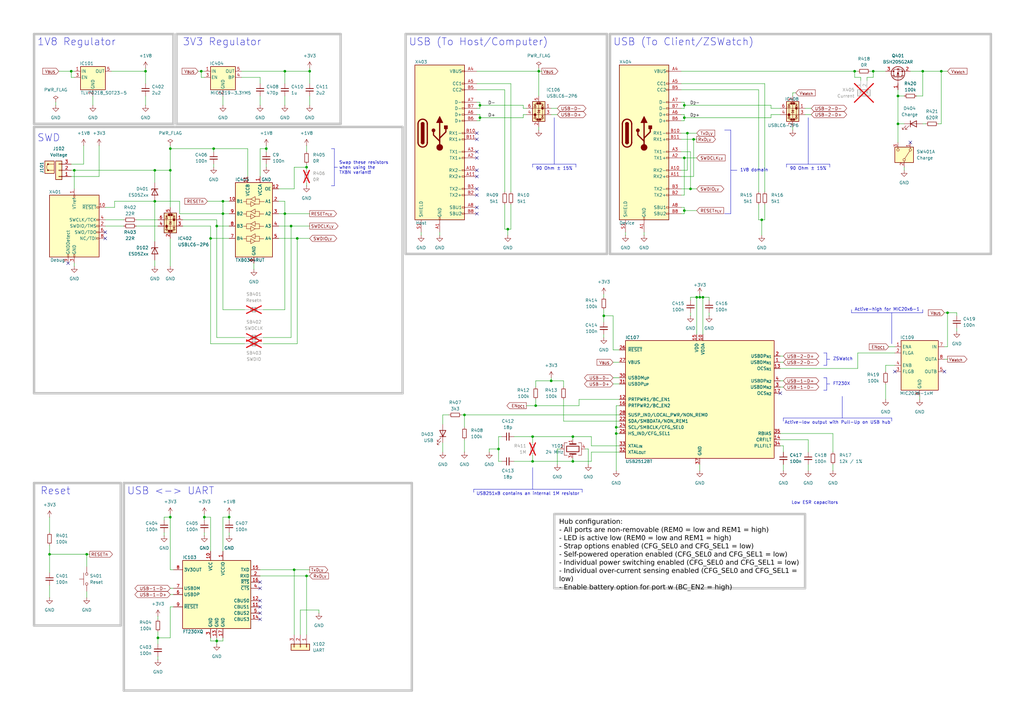
<source format=kicad_sch>
(kicad_sch (version 20250114) (generator "eeschema") (generator_version "9.0")
  (paper "A3")
  (title_block (title "ZSWatch Dock v2") (date "2025-07-13") (rev "${REVISION}") (company "${COMPANY}"))
  (text "ZSWatch" (at 341.63 147.32 0) (effects (font (size 1.27 1.27)) (justify left)))
  (text "90 Ohm ± 15%" (at 227.33 69.215 0) (effects (font (size 1.27 1.27))))
  (text "FT230X" (at 341.63 157.48 0) (effects (font (size 1.27 1.27)) (justify left)))
  (text "USB (To Host/Computer)" (at 167.64 19.05 0) (effects (font (size 3 3)) (justify left bottom)))
  (text "1V8 Regulator" (at 15.24 19.05 0) (effects (font (size 3 3)) (justify left bottom)))
  (text "90 Ohm ± 15%" (at 331.47 69.215 0) (effects (font (size 1.27 1.27))))
  (text "SWD" (at 15.24 58.42 0) (effects (font (size 3 3)) (justify left bottom)))
  (text "Active-high for MIC20x6-1" (at 363.855 127 0) (effects (font (size 1.27 1.27))))
  (text "USB (To Client/ZSWatch)" (at 251.46 19.05 0) (effects (font (size 3 3)) (justify left bottom)))
  (text "3V3 Regulator" (at 74.93 19.05 0) (effects (font (size 3 3)) (justify left bottom)))
  (text "Active-low output with Pull-Up on USB hub" (at 343.535 173.355 0) (effects (font (size 1.27 1.27))))
  (text "USB251xB contains an internal 1M resistor" (at 216.535 202.565 0) (effects (font (size 1.27 1.27))))
  (text "Swap these resistors\nwhen using the \nTXBN variant!" (at 139.065 66.04 0) (effects (font (size 1.27 1.27)) (justify left top)))
  (text "Reset" (at 16.51 203.2 0) (effects (font (size 3 3)) (justify left bottom)))
  (text "Low ESR capacitors\n" (at 324.612 205.486 0) (effects (font (size 1.27 1.27)) (justify left top)))
  (text "USB <-> UART" (at 52.07 203.2 0) (effects (font (size 3 3)) (justify left bottom)))
  (text "1V8 domain" (at 303.53 69.85 0) (effects (font (size 1.27 1.27)) (justify left)))
  (text_box "Hub configuration:\n- All ports are non-removable (REM0 = low and REM1 = high)\n- LED is active low (REM0 = low and REM1 = high)\n- Strap options enabled (CFG_SEL0 and CFG_SEL1 = low)\n- Self-powered operation enabled (CFG_SEL0 and CFG_SEL1 = low)\n- Individual power switching enabled (CFG_SEL0 and CFG_SEL1 = low)\n- Individual over-current sensing enabled (CFG_SEL0 and CFG_SEL1 = low)\n- Enable battery option for port w (BC_EN2 = high)" (at 227.33 210.82 0) (size 102.87 30.48) (margins 2 2 2 2) (stroke (width 1) (color 200 200 200 1)) (effects (font (size 2 2)) (justify left top)))
  (junction (at 219.71 166.37))
  (junction (at 378.46 29.21))
  (junction (at 368.3 50.8))
  (junction (at 288.29 121.92))
  (junction (at 234.95 189.23))
  (junction (at 91.44 82.55))
  (junction (at 312.42 90.17))
  (junction (at 280.67 86.36))
  (junction (at 88.9 92.71))
  (junction (at 127 29.21))
  (junction (at 87.63 60.96))
  (junction (at 287.02 121.92))
  (junction (at 125.73 68.58))
  (junction (at 234.95 179.07))
  (junction (at 125.73 236.22))
  (junction (at 350.52 29.21))
  (junction (at 281.94 54.61))
  (junction (at 83.82 212.09))
  (junction (at 226.06 156.21))
  (junction (at 368.3 39.37))
  (junction (at 64.77 261.62))
  (junction (at 218.44 179.07))
  (junction (at 120.65 233.68))
  (junction (at 116.84 29.21))
  (junction (at 252.73 175.26))
  (junction (at 252.73 177.8))
  (junction (at 208.28 93.98))
  (junction (at 93.98 212.09))
  (junction (at 284.48 57.15))
  (junction (at 283.21 77.47))
  (junction (at 190.5 170.18))
  (junction (at 386.08 29.21))
  (junction (at 69.85 69.85))
  (junction (at 109.22 60.96))
  (junction (at 218.44 189.23))
  (junction (at 69.85 60.96))
  (junction (at 63.5 69.85))
  (junction (at 388.62 128.27))
  (junction (at 204.47 184.15))
  (junction (at 247.65 129.54))
  (junction (at 82.55 29.21))
  (junction (at 280.67 48.26))
  (junction (at 119.38 92.71))
  (junction (at 35.56 227.33))
  (junction (at 285.75 121.92))
  (junction (at 280.67 43.18))
  (junction (at 29.21 29.21))
  (junction (at 91.44 87.63))
  (junction (at 116.84 87.63))
  (junction (at 196.85 43.18))
  (junction (at 59.69 29.21))
  (junction (at 86.36 97.79))
  (junction (at 121.92 97.79))
  (junction (at 30.48 69.85))
  (junction (at 20.32 227.33))
  (junction (at 88.9 262.89))
  (junction (at 280.67 64.77))
  (junction (at 63.5 82.55))
  (junction (at 69.85 212.09))
  (junction (at 358.14 29.21))
  (junction (at 196.85 48.26))
  (junction (at 220.98 29.21))
  (no_connect (at 195.58 80.01))
  (no_connect (at 195.58 62.23))
  (no_connect (at 106.68 241.3))
  (no_connect (at 195.58 64.77))
  (no_connect (at 195.58 69.85))
  (no_connect (at 106.68 238.76))
  (no_connect (at 387.35 152.4))
  (no_connect (at 195.58 85.09))
  (no_connect (at 106.68 254))
  (no_connect (at 195.58 87.63))
  (no_connect (at 106.68 246.38))
  (no_connect (at 195.58 57.15))
  (no_connect (at 106.68 251.46))
  (no_connect (at 195.58 54.61))
  (no_connect (at 320.04 161.29))
  (no_connect (at 106.68 248.92))
  (no_connect (at 43.18 97.79))
  (no_connect (at 195.58 72.39))
  (no_connect (at 373.38 58.42))
  (no_connect (at 195.58 77.47))
  (no_connect (at 367.03 152.4))
  (no_connect (at 27.94 107.95))
  (no_connect (at 43.18 95.25))
  (polyline (pts (xy 250.19 104.14) (xy 406.4 104.14)) (stroke (width 1) (type solid) (color 194 194 194 1)))
  (wire (pts (xy 20.32 227.33) (xy 35.56 227.33)))
  (wire (pts (xy 320.04 182.88) (xy 321.31 182.88)))
  (wire (pts (xy 30.48 69.85) (xy 30.48 77.47)))
  (polyline (pts (xy 250.19 13.97) (xy 250.19 104.14)) (stroke (width 1) (type solid) (color 194 194 194 1)))
  (wire (pts (xy 312.42 90.17) (xy 313.69 90.17)))
  (wire (pts (xy 69.85 59.69) (xy 69.85 60.96)))
  (wire (pts (xy 125.73 74.93) (xy 125.73 76.2)))
  (polyline (pts (xy 337.82 144.78) (xy 339.09 144.78)))
  (wire (pts (xy 83.82 212.09) (xy 86.36 212.09)))
  (wire (pts (xy 251.46 148.59) (xy 254 148.59)))
  (wire (pts (xy 46.99 85.09) (xy 46.99 82.55)))
  (wire (pts (xy 34.29 67.31) (xy 34.29 59.69)))
  (wire (pts (xy 91.44 39.37) (xy 91.44 43.18)))
  (wire (pts (xy 82.55 29.21) (xy 82.55 31.75)))
  (polyline (pts (xy 337.82 149.86) (xy 339.09 149.86)))
  (wire (pts (xy 91.44 82.55) (xy 93.98 82.55)))
  (polyline (pts (xy 365.76 128.27) (xy 378.46 128.27)))
  (polyline (pts (xy 137.16 60.96) (xy 137.16 68.58)))
  (wire (pts (xy 196.85 41.91) (xy 196.85 43.18)))
  (wire (pts (xy 35.56 242.57) (xy 35.56 245.11)))
  (polyline (pts (xy 13.97 256.54) (xy 49.53 256.54)) (stroke (width 1) (type solid) (color 194 194 194 1)))
  (wire (pts (xy 195.58 46.99) (xy 196.85 46.99)))
  (wire (pts (xy 125.73 236.22) (xy 127 236.22)))
  (wire (pts (xy 353.06 33.02) (xy 353.06 31.75)))
  (polyline (pts (xy 13.97 52.07) (xy 13.97 161.29)) (stroke (width 1) (type solid) (color 194 194 194 1)))
  (wire (pts (xy 116.84 82.55) (xy 116.84 87.63)))
  (wire (pts (xy 91.44 87.63) (xy 91.44 127)))
  (wire (pts (xy 207.01 83.82) (xy 207.01 93.98)))
  (wire (pts (xy 220.98 52.07) (xy 220.98 53.34)))
  (wire (pts (xy 114.3 77.47) (xy 120.65 77.47)))
  (wire (pts (xy 86.36 140.97) (xy 100.33 140.97)))
  (wire (pts (xy 247.65 137.16) (xy 247.65 138.43)))
  (wire (pts (xy 378.46 50.8) (xy 379.73 50.8)))
  (wire (pts (xy 91.44 82.55) (xy 91.44 87.63)))
  (wire (pts (xy 279.4 62.23) (xy 283.21 62.23)))
  (wire (pts (xy 234.95 187.96) (xy 234.95 189.23)))
  (wire (pts (xy 87.63 62.23) (xy 87.63 60.96)))
  (wire (pts (xy 285.75 57.15) (xy 284.48 57.15)))
  (polyline (pts (xy 50.8 198.12) (xy 50.8 283.21)) (stroke (width 1) (type solid) (color 194 194 194 1)))
  (wire (pts (xy 120.65 233.68) (xy 127 233.68)))
  (polyline (pts (xy 218.44 191.77) (xy 218.44 200.66)))
  (wire (pts (xy 320.04 148.59) (xy 321.31 148.59)))
  (polyline (pts (xy 13.97 198.12) (xy 13.97 256.54)) (stroke (width 1) (type solid) (color 194 194 194 1)))
  (wire (pts (xy 200.66 184.15) (xy 200.66 185.42)))
  (wire (pts (xy 208.28 93.98) (xy 209.55 93.98)))
  (wire (pts (xy 204.47 179.07) (xy 204.47 184.15)))
  (wire (pts (xy 290.83 123.19) (xy 290.83 121.92)))
  (wire (pts (xy 229.87 184.15) (xy 228.6 184.15)))
  (wire (pts (xy 99.06 29.21) (xy 116.84 29.21)))
  (wire (pts (xy 29.21 29.21) (xy 30.48 29.21)))
  (wire (pts (xy 251.46 129.54) (xy 251.46 143.51)))
  (wire (pts (xy 280.67 64.77) (xy 285.75 64.77)))
  (wire (pts (xy 119.38 92.71) (xy 127 92.71)))
  (wire (pts (xy 316.23 44.45) (xy 316.23 43.18)))
  (polyline (pts (xy 238.76 200.66) (xy 238.76 201.93)))
  (polyline (pts (xy 49.53 198.12) (xy 49.53 256.54)) (stroke (width 1) (type solid) (color 194 194 194 1)))
  (wire (pts (xy 91.44 261.62) (xy 91.44 262.89)))
  (wire (pts (xy 86.36 212.09) (xy 86.36 226.06)))
  (wire (pts (xy 279.4 44.45) (xy 280.67 44.45)))
  (wire (pts (xy 69.85 69.85) (xy 69.85 60.96)))
  (polyline (pts (xy 248.92 13.97) (xy 248.92 104.14)) (stroke (width 1) (type solid) (color 194 194 194 1)))
  (wire (pts (xy 209.55 93.98) (xy 209.55 83.82)))
  (wire (pts (xy 43.18 92.71) (xy 50.8 92.71)))
  (wire (pts (xy 69.85 210.82) (xy 69.85 212.09)))
  (wire (pts (xy 285.75 54.61) (xy 281.94 54.61)))
  (wire (pts (xy 219.71 166.37) (xy 237.49 166.37)))
  (wire (pts (xy 280.67 43.18) (xy 280.67 44.45)))
  (wire (pts (xy 234.95 179.07) (xy 242.57 179.07)))
  (wire (pts (xy 226.06 44.45) (xy 228.6 44.45)))
  (wire (pts (xy 83.82 213.36) (xy 83.82 212.09)))
  (wire (pts (xy 290.83 128.27) (xy 290.83 129.54)))
  (wire (pts (xy 384.81 50.8) (xy 386.08 50.8)))
  (wire (pts (xy 69.85 69.85) (xy 69.85 85.09)))
  (wire (pts (xy 356.87 29.21) (xy 358.14 29.21)))
  (wire (pts (xy 280.67 46.99) (xy 280.67 48.26)))
  (polyline (pts (xy 71.12 13.97) (xy 71.12 50.8)) (stroke (width 1) (type solid) (color 194 194 194 1)))
  (wire (pts (xy 116.84 87.63) (xy 114.3 87.63)))
  (wire (pts (xy 256.54 95.25) (xy 256.54 96.52)))
  (wire (pts (xy 252.73 177.8) (xy 252.73 193.04)))
  (wire (pts (xy 247.65 120.65) (xy 247.65 121.92)))
  (polyline (pts (xy 339.09 157.48) (xy 340.36 157.48)))
  (wire (pts (xy 20.32 212.09) (xy 20.32 218.44)))
  (wire (pts (xy 196.85 43.18) (xy 214.63 43.18)))
  (wire (pts (xy 93.98 212.09) (xy 91.44 212.09)))
  (wire (pts (xy 280.67 85.09) (xy 280.67 86.36)))
  (wire (pts (xy 63.5 82.55) (xy 73.66 82.55)))
  (wire (pts (xy 242.57 189.23) (xy 242.57 185.42)))
  (wire (pts (xy 119.38 138.43) (xy 119.38 92.71)))
  (wire (pts (xy 283.21 123.19) (xy 283.21 121.92)))
  (wire (pts (xy 325.12 38.1) (xy 326.39 38.1)))
  (wire (pts (xy 125.73 68.58) (xy 125.73 69.85)))
  (polyline (pts (xy 365.76 171.45) (xy 365.76 172.72)))
  (wire (pts (xy 38.1 39.37) (xy 38.1 43.18)))
  (wire (pts (xy 280.67 41.91) (xy 280.67 43.18)))
  (wire (pts (xy 83.82 210.82) (xy 83.82 212.09)))
  (wire (pts (xy 81.28 29.21) (xy 82.55 29.21)))
  (polyline (pts (xy 365.76 171.45) (xy 321.31 171.45)))
  (wire (pts (xy 127 39.37) (xy 127 43.18)))
  (wire (pts (xy 279.4 46.99) (xy 280.67 46.99)))
  (wire (pts (xy 195.58 29.21) (xy 220.98 29.21)))
  (wire (pts (xy 350.52 29.21) (xy 351.79 29.21)))
  (wire (pts (xy 43.18 85.09) (xy 46.99 85.09)))
  (wire (pts (xy 215.9 166.37) (xy 219.71 166.37)))
  (wire (pts (xy 220.98 27.94) (xy 220.98 29.21)))
  (polyline (pts (xy 349.25 127) (xy 349.25 128.27)))
  (wire (pts (xy 59.69 39.37) (xy 59.69 43.18)))
  (wire (pts (xy 351.79 144.78) (xy 367.03 144.78)))
  (polyline (pts (xy 50.8 283.21) (xy 168.91 283.21)) (stroke (width 1) (type solid) (color 194 194 194 1)))
  (wire (pts (xy 30.48 31.75) (xy 29.21 31.75)))
  (wire (pts (xy 114.3 82.55) (xy 116.84 82.55)))
  (wire (pts (xy 280.67 87.63) (xy 279.4 87.63)))
  (wire (pts (xy 279.4 72.39) (xy 284.48 72.39)))
  (wire (pts (xy 91.44 262.89) (xy 88.9 262.89)))
  (wire (pts (xy 40.64 59.69) (xy 40.64 72.39)))
  (wire (pts (xy 125.73 67.31) (xy 125.73 68.58)))
  (wire (pts (xy 35.56 227.33) (xy 36.83 227.33)))
  (wire (pts (xy 210.82 179.07) (xy 218.44 179.07)))
  (wire (pts (xy 218.44 181.61) (xy 218.44 179.07)))
  (polyline (pts (xy 299.72 53.34) (xy 299.72 87.63)))
  (wire (pts (xy 101.6 60.96) (xy 101.6 72.39)))
  (wire (pts (xy 214.63 43.18) (xy 214.63 44.45)))
  (wire (pts (xy 209.55 34.29) (xy 209.55 78.74)))
  (wire (pts (xy 87.63 60.96) (xy 101.6 60.96)))
  (wire (pts (xy 109.22 60.96) (xy 106.68 60.96)))
  (polyline (pts (xy 13.97 13.97) (xy 13.97 50.8)) (stroke (width 1) (type solid) (color 194 194 194 1)))
  (wire (pts (xy 237.49 163.83) (xy 237.49 166.37)))
  (wire (pts (xy 247.65 129.54) (xy 251.46 129.54)))
  (wire (pts (xy 64.77 261.62) (xy 64.77 264.16)))
  (wire (pts (xy 386.08 29.21) (xy 388.62 29.21)))
  (wire (pts (xy 64.77 261.62) (xy 64.77 259.08)))
  (polyline (pts (xy 135.89 76.2) (xy 137.16 76.2)))
  (polyline (pts (xy 72.39 13.97) (xy 72.39 50.8)) (stroke (width 1) (type solid) (color 194 194 194 1)))
  (polyline (pts (xy 13.97 198.12) (xy 49.53 198.12)) (stroke (width 1) (type solid) (color 194 194 194 1)))
  (polyline (pts (xy 406.4 13.97) (xy 406.4 104.14)) (stroke (width 1) (type solid) (color 194 194 194 1)))
  (polyline (pts (xy 365.76 140.97) (xy 365.76 128.27)))
  (wire (pts (xy 64.77 269.24) (xy 64.77 270.51)))
  (wire (pts (xy 378.46 39.37) (xy 378.46 29.21)))
  (wire (pts (xy 74.93 90.17) (xy 88.9 90.17)))
  (wire (pts (xy 330.2 46.99) (xy 332.74 46.99)))
  (wire (pts (xy 331.47 190.5) (xy 331.47 193.04)))
  (wire (pts (xy 377.19 162.56) (xy 377.19 163.83)))
  (wire (pts (xy 234.95 179.07) (xy 234.95 180.34)))
  (wire (pts (xy 59.69 29.21) (xy 59.69 34.29)))
  (wire (pts (xy 29.21 31.75) (xy 29.21 29.21)))
  (wire (pts (xy 69.85 212.09) (xy 69.85 233.68)))
  (polyline (pts (xy 236.22 67.31) (xy 236.22 68.58)))
  (wire (pts (xy 240.03 184.15) (xy 241.3 184.15)))
  (polyline (pts (xy 337.82 154.94) (xy 339.09 154.94)))
  (polyline (pts (xy 322.58 68.58) (xy 322.58 67.31)))
  (wire (pts (xy 20.32 227.33) (xy 20.32 234.95)))
  (wire (pts (xy 252.73 177.8) (xy 254 177.8)))
  (polyline (pts (xy 13.97 13.97) (xy 71.12 13.97)) (stroke (width 1) (type solid) (color 194 194 194 1)))
  (wire (pts (xy 88.9 92.71) (xy 88.9 138.43)))
  (wire (pts (xy 63.5 106.68) (xy 63.5 109.22)))
  (wire (pts (xy 207.01 93.98) (xy 208.28 93.98)))
  (wire (pts (xy 190.5 170.18) (xy 189.23 170.18)))
  (wire (pts (xy 120.65 233.68) (xy 120.65 260.35)))
  (wire (pts (xy 320.04 180.34) (xy 331.47 180.34)))
  (wire (pts (xy 172.72 95.25) (xy 172.72 96.52)))
  (wire (pts (xy 320.04 158.75) (xy 321.31 158.75)))
  (wire (pts (xy 370.84 68.58) (xy 370.84 69.85)))
  (wire (pts (xy 106.68 31.75) (xy 106.68 34.29)))
  (polyline (pts (xy 227.33 48.26) (xy 227.33 67.31)))
  (wire (pts (xy 196.85 43.18) (xy 196.85 44.45)))
  (wire (pts (xy 43.18 90.17) (xy 50.8 90.17)))
  (wire (pts (xy 242.57 185.42) (xy 254 185.42)))
  (wire (pts (xy 351.79 151.13) (xy 351.79 144.78)))
  (polyline (pts (xy 72.39 13.97) (xy 139.7 13.97)) (stroke (width 1) (type solid) (color 194 194 194 1)))
  (wire (pts (xy 341.63 177.8) (xy 341.63 185.42)))
  (wire (pts (xy 88.9 90.17) (xy 88.9 92.71)))
  (wire (pts (xy 190.5 170.18) (xy 190.5 175.26)))
  (wire (pts (xy 67.31 213.36) (xy 67.31 212.09)))
  (polyline (pts (xy 194.31 200.66) (xy 194.31 201.93)))
  (polyline (pts (xy 321.31 171.45) (xy 321.31 172.72)))
  (wire (pts (xy 387.35 147.32) (xy 388.62 147.32)))
  (wire (pts (xy 69.85 241.3) (xy 71.12 241.3)))
  (wire (pts (xy 392.43 134.62) (xy 392.43 135.89)))
  (polyline (pts (xy 250.19 13.97) (xy 406.4 13.97)) (stroke (width 1) (type solid) (color 194 194 194 1)))
  (wire (pts (xy 388.62 128.27) (xy 392.43 128.27)))
  (wire (pts (xy 320.04 156.21) (xy 321.31 156.21)))
  (wire (pts (xy 368.3 39.37) (xy 368.3 50.8)))
  (polyline (pts (xy 13.97 52.07) (xy 165.1 52.07)) (stroke (width 1) (type solid) (color 194 194 194 1)))
  (wire (pts (xy 378.46 29.21) (xy 386.08 29.21)))
  (wire (pts (xy 252.73 175.26) (xy 252.73 177.8)))
  (wire (pts (xy 83.82 29.21) (xy 82.55 29.21)))
  (wire (pts (xy 251.46 154.94) (xy 254 154.94)))
  (wire (pts (xy 280.67 80.01) (xy 280.67 64.77)))
  (wire (pts (xy 204.47 189.23) (xy 205.74 189.23)))
  (wire (pts (xy 375.92 39.37) (xy 378.46 39.37)))
  (wire (pts (xy 20.32 240.03) (xy 20.32 245.11)))
  (wire (pts (xy 207.01 36.83) (xy 207.01 78.74)))
  (wire (pts (xy 218.44 189.23) (xy 234.95 189.23)))
  (wire (pts (xy 125.73 236.22) (xy 125.73 260.35)))
  (wire (pts (xy 46.99 82.55) (xy 63.5 82.55)))
  (wire (pts (xy 91.44 87.63) (xy 93.98 87.63)))
  (wire (pts (xy 231.14 172.72) (xy 231.14 163.83)))
  (wire (pts (xy 311.15 90.17) (xy 312.42 90.17)))
  (polyline (pts (xy 139.7 50.8) (xy 72.39 50.8)) (stroke (width 1) (type solid) (color 194 194 194 1)))
  (wire (pts (xy 181.61 170.18) (xy 181.61 173.99)))
  (wire (pts (xy 363.22 149.86) (xy 363.22 152.4)))
  (wire (pts (xy 320.04 46.99) (xy 316.23 46.99)))
  (wire (pts (xy 311.15 36.83) (xy 279.4 36.83)))
  (wire (pts (xy 367.03 149.86) (xy 363.22 149.86)))
  (wire (pts (xy 358.14 29.21) (xy 358.14 31.75)))
  (wire (pts (xy 195.58 44.45) (xy 196.85 44.45)))
  (wire (pts (xy 247.65 129.54) (xy 247.65 132.08)))
  (wire (pts (xy 231.14 156.21) (xy 231.14 158.75)))
  (wire (pts (xy 325.12 52.07) (xy 325.12 53.34)))
  (wire (pts (xy 116.84 39.37) (xy 116.84 43.18)))
  (wire (pts (xy 231.14 156.21) (xy 226.06 156.21)))
  (wire (pts (xy 127 27.94) (xy 127 29.21)))
  (wire (pts (xy 204.47 184.15) (xy 204.47 189.23)))
  (wire (pts (xy 316.23 46.99) (xy 316.23 48.26)))
  (wire (pts (xy 355.6 33.02) (xy 355.6 31.75)))
  (wire (pts (xy 237.49 163.83) (xy 254 163.83)))
  (wire (pts (xy 69.85 97.79) (xy 69.85 109.22)))
  (wire (pts (xy 241.3 184.15) (xy 241.3 190.5)))
  (wire (pts (xy 254 175.26) (xy 252.73 175.26)))
  (wire (pts (xy 228.6 184.15) (xy 228.6 190.5)))
  (polyline (pts (xy 337.82 160.02) (xy 339.09 160.02)))
  (polyline (pts (xy 365.76 128.27) (xy 349.25 128.27)))
  (wire (pts (xy 69.85 248.92) (xy 71.12 248.92)))
  (wire (pts (xy 204.47 179.07) (xy 205.74 179.07)))
  (wire (pts (xy 93.98 210.82) (xy 93.98 212.09)))
  (wire (pts (xy 195.58 49.53) (xy 196.85 49.53)))
  (wire (pts (xy 331.47 180.34) (xy 331.47 185.42)))
  (wire (pts (xy 181.61 181.61) (xy 181.61 185.42)))
  (wire (pts (xy 287.02 190.5) (xy 287.02 193.04)))
  (wire (pts (xy 283.21 62.23) (xy 283.21 77.47)))
  (wire (pts (xy 214.63 48.26) (xy 214.63 46.99)))
  (wire (pts (xy 107.95 127) (xy 116.84 127)))
  (wire (pts (xy 107.95 140.97) (xy 121.92 140.97)))
  (wire (pts (xy 280.67 86.36) (xy 280.67 87.63)))
  (wire (pts (xy 219.71 156.21) (xy 219.71 158.75)))
  (wire (pts (xy 195.58 41.91) (xy 196.85 41.91)))
  (wire (pts (xy 24.13 29.21) (xy 29.21 29.21)))
  (wire (pts (xy 283.21 77.47) (xy 285.75 77.47)))
  (wire (pts (xy 234.95 189.23) (xy 242.57 189.23)))
  (wire (pts (xy 114.3 97.79) (xy 121.92 97.79)))
  (wire (pts (xy 279.4 77.47) (xy 283.21 77.47)))
  (polyline (pts (xy 297.18 53.34) (xy 299.72 53.34)))
  (wire (pts (xy 184.15 170.18) (xy 181.61 170.18)))
  (wire (pts (xy 45.72 29.21) (xy 59.69 29.21)))
  (wire (pts (xy 87.63 67.31) (xy 87.63 68.58)))
  (polyline (pts (xy 297.18 87.63) (xy 299.72 87.63)))
  (polyline (pts (xy 299.72 69.85) (xy 302.26 69.85)))
  (polyline (pts (xy 137.16 68.58) (xy 137.16 76.2)))
  (wire (pts (xy 99.06 31.75) (xy 106.68 31.75)))
  (wire (pts (xy 247.65 129.54) (xy 247.65 127)))
  (polyline (pts (xy 166.37 13.97) (xy 166.37 104.14)) (stroke (width 1) (type solid) (color 194 194 194 1)))
  (wire (pts (xy 387.35 128.27) (xy 388.62 128.27)))
  (wire (pts (xy 123.19 260.35) (xy 123.19 250.19)))
  (polyline (pts (xy 166.37 13.97) (xy 248.92 13.97)) (stroke (width 1) (type solid) (color 194 194 194 1)))
  (wire (pts (xy 207.01 36.83) (xy 195.58 36.83)))
  (wire (pts (xy 358.14 29.21) (xy 363.22 29.21)))
  (wire (pts (xy 287.02 120.65) (xy 287.02 121.92)))
  (wire (pts (xy 283.21 121.92) (xy 285.75 121.92)))
  (wire (pts (xy 208.28 93.98) (xy 208.28 96.52)))
  (wire (pts (xy 180.34 95.25) (xy 180.34 96.52)))
  (wire (pts (xy 30.48 107.95) (xy 30.48 109.22)))
  (wire (pts (xy 123.19 250.19) (xy 130.81 250.19)))
  (wire (pts (xy 325.12 38.1) (xy 325.12 39.37)))
  (wire (pts (xy 116.84 87.63) (xy 127 87.63)))
  (wire (pts (xy 368.3 36.83) (xy 368.3 39.37)))
  (wire (pts (xy 373.38 29.21) (xy 378.46 29.21)))
  (wire (pts (xy 116.84 29.21) (xy 127 29.21)))
  (wire (pts (xy 251.46 157.48) (xy 254 157.48)))
  (wire (pts (xy 64.77 261.62) (xy 69.85 261.62)))
  (wire (pts (xy 218.44 179.07) (xy 234.95 179.07)))
  (polyline (pts (xy 139.7 13.97) (xy 139.7 50.8)) (stroke (width 1) (type solid) (color 194 194 194 1)))
  (wire (pts (xy 387.35 142.24) (xy 388.62 142.24)))
  (wire (pts (xy 210.82 189.23) (xy 218.44 189.23)))
  (wire (pts (xy 69.85 243.84) (xy 71.12 243.84)))
  (wire (pts (xy 106.68 233.68) (xy 120.65 233.68)))
  (wire (pts (xy 88.9 262.89) (xy 88.9 264.16)))
  (wire (pts (xy 279.4 29.21) (xy 350.52 29.21)))
  (wire (pts (xy 287.02 121.92) (xy 288.29 121.92)))
  (wire (pts (xy 196.85 48.26) (xy 196.85 49.53)))
  (wire (pts (xy 226.06 156.21) (xy 226.06 154.94)))
  (wire (pts (xy 73.66 87.63) (xy 91.44 87.63)))
  (wire (pts (xy 218.44 189.23) (xy 218.44 186.69)))
  (polyline (pts (xy 331.47 66.04) (xy 331.47 67.31)))
  (wire (pts (xy 220.98 29.21) (xy 222.25 29.21)))
  (wire (pts (xy 353.06 31.75) (xy 350.52 31.75)))
  (wire (pts (xy 125.73 59.69) (xy 125.73 62.23)))
  (wire (pts (xy 219.71 156.21) (xy 226.06 156.21)))
  (wire (pts (xy 284.48 57.15) (xy 284.48 72.39)))
  (wire (pts (xy 107.95 138.43) (xy 119.38 138.43)))
  (wire (pts (xy 320.04 146.05) (xy 321.31 146.05)))
  (wire (pts (xy 116.84 29.21) (xy 116.84 34.29)))
  (wire (pts (xy 69.85 233.68) (xy 71.12 233.68)))
  (wire (pts (xy 88.9 261.62) (xy 88.9 262.89)))
  (wire (pts (xy 85.09 82.55) (xy 91.44 82.55)))
  (wire (pts (xy 311.15 83.82) (xy 311.15 90.17)))
  (wire (pts (xy 279.4 64.77) (xy 280.67 64.77)))
  (wire (pts (xy 330.2 44.45) (xy 332.74 44.45)))
  (wire (pts (xy 321.31 190.5) (xy 321.31 193.04)))
  (wire (pts (xy 290.83 121.92) (xy 288.29 121.92)))
  (wire (pts (xy 91.44 212.09) (xy 91.44 226.06)))
  (wire (pts (xy 109.22 67.31) (xy 109.22 68.58)))
  (wire (pts (xy 388.62 142.24) (xy 388.62 128.27)))
  (wire (pts (xy 63.5 69.85) (xy 69.85 69.85)))
  (wire (pts (xy 116.84 87.63) (xy 116.84 127)))
  (wire (pts (xy 320.04 177.8) (xy 341.63 177.8)))
  (wire (pts (xy 279.4 80.01) (xy 280.67 80.01)))
  (wire (pts (xy 368.3 50.8) (xy 370.84 50.8)))
  (wire (pts (xy 121.92 97.79) (xy 127 97.79)))
  (wire (pts (xy 86.36 97.79) (xy 93.98 97.79)))
  (wire (pts (xy 30.48 69.85) (xy 63.5 69.85)))
  (wire (pts (xy 63.5 82.55) (xy 63.5 99.06)))
  (wire (pts (xy 104.14 107.95) (xy 104.14 110.49)))
  (wire (pts (xy 22.86 41.91) (xy 22.86 43.18)))
  (wire (pts (xy 386.08 29.21) (xy 386.08 50.8)))
  (wire (pts (xy 190.5 170.18) (xy 254 170.18)))
  (wire (pts (xy 312.42 90.17) (xy 312.42 96.52)))
  (wire (pts (xy 281.94 54.61) (xy 279.4 54.61)))
  (wire (pts (xy 252.73 166.37) (xy 252.73 175.26)))
  (wire (pts (xy 219.71 163.83) (xy 219.71 166.37)))
  (wire (pts (xy 86.36 262.89) (xy 88.9 262.89)))
  (wire (pts (xy 59.69 27.94) (xy 59.69 29.21)))
  (wire (pts (xy 91.44 127) (xy 100.33 127)))
  (wire (pts (xy 88.9 92.71) (xy 93.98 92.71)))
  (wire (pts (xy 311.15 36.83) (xy 311.15 78.74)))
  (wire (pts (xy 215.9 44.45) (xy 214.63 44.45)))
  (wire (pts (xy 127 29.21) (xy 127 34.29)))
  (wire (pts (xy 313.69 90.17) (xy 313.69 83.82)))
  (wire (pts (xy 63.5 69.85) (xy 63.5 74.93)))
  (polyline (pts (xy 135.89 60.96) (xy 137.16 60.96)))
  (wire (pts (xy 55.88 90.17) (xy 64.77 90.17)))
  (polyline (pts (xy 137.16 68.58) (xy 138.43 68.58)))
  (wire (pts (xy 100.33 138.43) (xy 88.9 138.43)))
  (wire (pts (xy 86.36 97.79) (xy 86.36 140.97)))
  (wire (pts (xy 86.36 261.62) (xy 86.36 262.89)))
  (wire (pts (xy 106.68 39.37) (xy 106.68 43.18)))
  (wire (pts (xy 254 166.37) (xy 252.73 166.37)))
  (wire (pts (xy 368.3 39.37) (xy 370.84 39.37)))
  (wire (pts (xy 121.92 97.79) (xy 121.92 140.97)))
  (wire (pts (xy 109.22 62.23) (xy 109.22 60.96)))
  (wire (pts (xy 83.82 31.75) (xy 82.55 31.75)))
  (wire (pts (xy 130.81 250.19) (xy 130.81 251.46)))
  (polyline (pts (xy 238.76 200.66) (xy 194.31 200.66)))
  (wire (pts (xy 279.4 49.53) (xy 280.67 49.53)))
  (wire (pts (xy 284.48 57.15) (xy 279.4 57.15)))
  (wire (pts (xy 279.4 85.09) (xy 280.67 85.09)))
  (wire (pts (xy 350.52 29.21) (xy 350.52 31.75)))
  (wire (pts (xy 29.21 67.31) (xy 34.29 67.31)))
  (wire (pts (xy 29.21 69.85) (xy 30.48 69.85)))
  (wire (pts (xy 364.49 142.24) (xy 367.03 142.24)))
  (wire (pts (xy 196.85 48.26) (xy 214.63 48.26)))
  (wire (pts (xy 355.6 31.75) (xy 358.14 31.75)))
  (wire (pts (xy 83.82 218.44) (xy 83.82 219.71)))
  (wire (pts (xy 283.21 128.27) (xy 283.21 129.54)))
  (wire (pts (xy 67.31 212.09) (xy 69.85 212.09)))
  (wire (pts (xy 106.68 236.22) (xy 125.73 236.22)))
  (wire (pts (xy 281.94 69.85) (xy 281.94 54.61)))
  (wire (pts (xy 209.55 34.29) (xy 195.58 34.29)))
  (polyline (pts (xy 71.12 50.8) (xy 13.97 50.8)) (stroke (width 1) (type solid) (color 194 194 194 1)))
  (wire (pts (xy 220.98 29.21) (xy 220.98 39.37)))
  (polyline (pts (xy 50.8 198.12) (xy 168.91 198.12)) (stroke (width 1) (type solid) (color 194 194 194 1)))
  (wire (pts (xy 35.56 227.33) (xy 35.56 232.41)))
  (wire (pts (xy 320.04 151.13) (xy 351.79 151.13)))
  (wire (pts (xy 106.68 60.96) (xy 106.68 72.39)))
  (wire (pts (xy 93.98 213.36) (xy 93.98 212.09)))
  (wire (pts (xy 67.31 218.44) (xy 67.31 219.71)))
  (polyline (pts (xy 168.91 198.12) (xy 168.91 283.21)) (stroke (width 1) (type solid) (color 194 194 194 1)))
  (wire (pts (xy 55.88 92.71) (xy 64.77 92.71)))
  (polyline (pts (xy 218.44 67.31) (xy 236.22 67.31)))
  (wire (pts (xy 285.75 121.92) (xy 285.75 137.16)))
  (wire (pts (xy 93.98 218.44) (xy 93.98 219.71)))
  (polyline (pts (xy 165.1 52.07) (xy 165.1 161.29)) (stroke (width 1) (type solid) (color 194 194 194 1)))
  (polyline (pts (xy 13.97 161.29) (xy 165.1 161.29)) (stroke (width 1) (type solid) (color 194 194 194 1)))
  (wire (pts (xy 226.06 46.99) (xy 228.6 46.99)))
  (polyline (pts (xy 339.09 154.94) (xy 339.09 160.02)))
  (wire (pts (xy 251.46 143.51) (xy 254 143.51)))
  (polyline (pts (xy 345.44 162.56) (xy 345.44 171.45)))
  (wire (pts (xy 109.22 59.69) (xy 109.22 60.96)))
  (wire (pts (xy 114.3 92.71) (xy 119.38 92.71)))
  (wire (pts (xy 86.36 92.71) (xy 86.36 97.79)))
  (polyline (pts (xy 339.09 147.32) (xy 340.36 147.32)))
  (wire (pts (xy 204.47 184.15) (xy 200.66 184.15)))
  (wire (pts (xy 279.4 41.91) (xy 280.67 41.91)))
  (wire (pts (xy 64.77 252.73) (xy 64.77 254)))
  (wire (pts (xy 242.57 182.88) (xy 242.57 179.07)))
  (wire (pts (xy 280.67 48.26) (xy 316.23 48.26)))
  (wire (pts (xy 279.4 69.85) (xy 281.94 69.85)))
  (polyline (pts (xy 218.44 68.58) (xy 218.44 67.31)))
  (wire (pts (xy 321.31 182.88) (xy 321.31 185.42)))
  (wire (pts (xy 190.5 180.34) (xy 190.5 185.42)))
  (wire (pts (xy 313.69 34.29) (xy 313.69 78.74)))
  (wire (pts (xy 29.21 72.39) (xy 40.64 72.39)))
  (wire (pts (xy 280.67 48.26) (xy 280.67 49.53)))
  (wire (pts (xy 280.67 86.36) (xy 285.75 86.36)))
  (wire (pts (xy 73.66 82.55) (xy 73.66 87.63)))
  (wire (pts (xy 120.65 68.58) (xy 120.65 77.47)))
  (wire (pts (xy 125.73 68.58) (xy 120.65 68.58)))
  (wire (pts (xy 279.4 34.29) (xy 313.69 34.29)))
  (wire (pts (xy 264.16 95.25) (xy 264.16 96.52)))
  (wire (pts (xy 316.23 44.45) (xy 320.04 44.45)))
  (wire (pts (xy 69.85 248.92) (xy 69.85 261.62)))
  (wire (pts (xy 74.93 92.71) (xy 86.36 92.71)))
  (polyline (pts (xy 331.47 48.26) (xy 331.47 66.04)))
  (wire (pts (xy 254 182.88) (xy 242.57 182.88)))
  (wire (pts (xy 20.32 223.52) (xy 20.32 227.33)))
  (wire (pts (xy 285.75 121.92) (xy 287.02 121.92)))
  (polyline (pts (xy 378.46 127) (xy 378.46 128.27)))
  (wire (pts (xy 363.22 157.48) (xy 363.22 163.83)))
  (wire (pts (xy 368.3 50.8) (xy 368.3 58.42)))
  (wire (pts (xy 280.67 43.18) (xy 316.23 43.18)))
  (polyline (pts (xy 322.58 67.31) (xy 340.36 67.31)))
  (polyline (pts (xy 166.37 104.14) (xy 248.92 104.14)) (stroke (width 1) (type solid) (color 194 194 194 1)))
  (wire (pts (xy 215.9 46.99) (xy 214.63 46.99)))
  (wire (pts (xy 69.85 60.96) (xy 87.63 60.96)))
  (wire (pts (xy 231.14 172.72) (xy 254 172.72)))
  (wire (pts (xy 196.85 46.99) (xy 196.85 48.26)))
  (wire (pts (xy 341.63 190.5) (xy 341.63 193.04)))
  (wire (pts (xy 392.43 129.54) (xy 392.43 128.27)))
  (polyline (pts (xy 339.09 144.78) (xy 339.09 149.86)))
  (polyline (pts (xy 340.36 67.31) (xy 340.36 68.58)))
  (wire (pts (xy 288.29 121.92) (xy 288.29 137.16)))
  (label "D-" (at 203.2 43.18 180))
  (label "D_{2}+" (at 287.02 48.26 180))
  (label "D_{2}-" (at 287.02 43.18 180))
  (label "D+" (at 203.2 48.26 180))
  (global_label "USB-2-D+" (shape bidirectional) (at 321.31 146.05 0) (property "Intersheetrefs" "${INTERSHEET_REFS}" (effects (hide yes))))
  (global_label "V_{BUS}" (shape input) (at 251.46 148.59 180) (property "Intersheetrefs" "${INTERSHEET_REFS}" (effects (hide yes))))
  (global_label "USB-D+" (shape bidirectional) (at 228.6 46.99 0) (property "Intersheetrefs" "${INTERSHEET_REFS}" (effects (hide yes))))
  (global_label "V_{BUS}" (shape input) (at 81.28 29.21 180) (property "Intersheetrefs" "${INTERSHEET_REFS}" (effects (hide yes))))
  (global_label "RESETn" (shape output) (at 36.83 227.33 0) (property "Intersheetrefs" "${INTERSHEET_REFS}" (effects (hide yes))))
  (global_label "USB-D-" (shape bidirectional) (at 228.6 44.45 0) (property "Intersheetrefs" "${INTERSHEET_REFS}" (effects (hide yes))))
  (global_label "SWDCLK_{LV}" (shape output) (at 127 92.71 0) (property "Intersheetrefs" "${INTERSHEET_REFS}" (effects (hide yes))))
  (global_label "RESETn" (shape input) (at 85.09 82.55 180) (property "Intersheetrefs" "${INTERSHEET_REFS}" (effects (hide yes))))
  (global_label "USB-2-D-" (shape bidirectional) (at 332.74 44.45 0) (property "Intersheetrefs" "${INTERSHEET_REFS}" (effects (hide yes))))
  (global_label "RESETn_{LV}" (shape output) (at 127 87.63 0) (property "Intersheetrefs" "${INTERSHEET_REFS}" (effects (hide yes))))
  (global_label "USB-D+" (shape bidirectional) (at 251.46 157.48 180) (property "Intersheetrefs" "${INTERSHEET_REFS}" (effects (hide yes))))
  (global_label "TxD_{LV}" (shape input) (at 285.75 54.61 0) (property "Intersheetrefs" "${INTERSHEET_REFS}" (effects (hide yes))))
  (global_label "TxD_{LV}" (shape output) (at 127 233.68 0) (property "Intersheetrefs" "${INTERSHEET_REFS}" (effects (hide yes))))
  (global_label "USB-2-D+" (shape bidirectional) (at 332.74 46.99 0) (property "Intersheetrefs" "${INTERSHEET_REFS}" (effects (hide yes))))
  (global_label "V_{BUS}" (shape input) (at 24.13 29.21 180) (property "Intersheetrefs" "${INTERSHEET_REFS}" (effects (hide yes))))
  (global_label "USB-1-D+" (shape bidirectional) (at 321.31 156.21 0) (property "Intersheetrefs" "${INTERSHEET_REFS}" (effects (hide yes))))
  (global_label "USB-2-D-" (shape bidirectional) (at 321.31 148.59 0) (property "Intersheetrefs" "${INTERSHEET_REFS}" (effects (hide yes))))
  (global_label "V_{Watch}" (shape output) (at 388.62 147.32 0) (property "Intersheetrefs" "${INTERSHEET_REFS}" (effects (hide yes))))
  (global_label "V_{Watch}" (shape input) (at 388.62 29.21 0) (property "Intersheetrefs" "${INTERSHEET_REFS}" (effects (hide yes))))
  (global_label "SWDIO_{LV}" (shape bidirectional) (at 127 97.79 0) (property "Intersheetrefs" "${INTERSHEET_REFS}" (effects (hide yes))))
  (global_label "V_{BUS}" (shape input) (at 387.35 128.27 180) (property "Intersheetrefs" "${INTERSHEET_REFS}" (effects (hide yes))))
  (global_label "RESETn_{LV}" (shape input) (at 285.75 86.36 0) (property "Intersheetrefs" "${INTERSHEET_REFS}" (effects (hide yes))))
  (global_label "USB-1-D-" (shape bidirectional) (at 321.31 158.75 0) (property "Intersheetrefs" "${INTERSHEET_REFS}" (effects (hide yes))))
  (global_label "USB-1-D+" (shape bidirectional) (at 69.85 243.84 180) (property "Intersheetrefs" "${INTERSHEET_REFS}" (effects (hide yes))))
  (global_label "V_{BUS}" (shape output) (at 222.25 29.21 0) (property "Intersheetrefs" "${INTERSHEET_REFS}" (effects (hide yes))))
  (global_label "USB-D-" (shape bidirectional) (at 251.46 154.94 180) (property "Intersheetrefs" "${INTERSHEET_REFS}" (effects (hide yes))))
  (global_label "RxD_{LV}" (shape input) (at 127 236.22 0) (property "Intersheetrefs" "${INTERSHEET_REFS}" (effects (hide yes))))
  (global_label "EN_{OC1}" (shape input) (at 364.49 142.24 180) (property "Intersheetrefs" "${INTERSHEET_REFS}" (effects (hide yes))))
  (global_label "USB-1-D-" (shape bidirectional) (at 69.85 241.3 180) (property "Intersheetrefs" "${INTERSHEET_REFS}" (effects (hide yes))))
  (global_label "SWDCLK_{LV}" (shape input) (at 285.75 64.77 0) (property "Intersheetrefs" "${INTERSHEET_REFS}" (effects (hide yes))))
  (global_label "RxD_{LV}" (shape output) (at 285.75 57.15 0) (property "Intersheetrefs" "${INTERSHEET_REFS}" (effects (hide yes))))
  (global_label "SWDIO_{LV}" (shape bidirectional) (at 285.75 77.47 0) (property "Intersheetrefs" "${INTERSHEET_REFS}" (effects (hide yes))))
  (global_label "EN_{OC1}" (shape output) (at 215.9 166.37 180) (property "Intersheetrefs" "${INTERSHEET_REFS}" (effects (hide yes))))
  (global_label "V_{Watch}" (shape input) (at 326.39 38.1 0) (property "Intersheetrefs" "${INTERSHEET_REFS}" (effects (hide yes))))
  (symbol (lib_id "power:+3V3") (at 20.32 212.09 0) (mirror y) (unit 1)
    (property "Reference" "#PWR0401" (effects (hide yes)))
    (property "Value" "+3V3" (at 20.32 207.01 0))
    (property "Description" "Power symbol creates a global label with name \"+3V3\"" (effects (hide yes)))
  )
  (symbol (lib_id "Device:C_Small") (at 64.77 266.7 0) (mirror y) (unit 1)
    (property "Reference" "C403" (at 62.23 265.4363 0) (effects (justify left)))
    (property "Value" "100n" (at 62.23 267.9763 0) (effects (justify left)))
    (property "Footprint" "Capacitor_SMD:C_0603_1608Metric" (effects (hide yes)))
    (property "Datasheet" "https://www.mouser.de/datasheet/2/447/KEM_C1002_X7R_SMD-3316098.pdf" (effects (hide yes)))
    (property "Description" "Unpolarized capacitor, small symbol" (effects (hide yes)))
    (property "manf" "Kemet" (effects (hide yes)))
    (property "manf#" "C0603C104M4RAC7411" (effects (hide yes)))
    (property "mouser#" "80-C0603C104M4R7411" (effects (hide yes)))
  )
  (symbol (lib_id "Device:C_Small") (at 247.65 134.62 0) (mirror y) (unit 1)
    (property "Reference" "C414" (at 245.11 133.3563 0) (effects (justify left)))
    (property "Value" "100n" (at 245.11 135.8963 0) (effects (justify left)))
    (property "Footprint" "Capacitor_SMD:C_0603_1608Metric" (effects (hide yes)))
    (property "Datasheet" "https://www.mouser.de/datasheet/2/447/KEM_C1002_X7R_SMD-3316098.pdf" (effects (hide yes)))
    (property "Description" "Unpolarized capacitor, small symbol" (effects (hide yes)))
    (property "manf" "Kemet" (effects (hide yes)))
    (property "manf#" "C0603C104M4RAC7411" (effects (hide yes)))
    (property "mouser#" "80-C0603C104M4R7411" (effects (hide yes)))
  )
  (symbol (lib_id "Diode:ESD5Zxx") (at 63.5 78.74 90) (mirror x) (unit 1)
    (property "Reference" "D401" (at 60.96 77.4699 90) (effects (justify left)))
    (property "Value" "ESD5Zxx" (at 60.96 80.0099 90) (effects (justify left)))
    (property "Footprint" "Diode_SMD:D_SOD-523" (effects (hide yes)))
    (property "Datasheet" "https://www.onsemi.com/pdf/datasheet/esd5z2.5t1-d.pdf" (effects (hide yes)))
    (property "Description" "ESD Protection Diode, SOD-523" (effects (hide yes)))
    (property "manf" "onsemi" (effects (hide yes)))
    (property "manf#" "ESD5Z5.0T5G" (effects (hide yes)))
    (property "mouser#" "863-ESD5Z5.0T5G" (effects (hide yes)))
  )
  (symbol (lib_id "Nexperia:BSH205G2AR") (at 368.3 29.21 90) (unit 1)
    (property "Reference" "Q401" (at 368.3 22.86 90))
    (property "Value" "BSH205G2AR" (at 368.3 25.4 90))
    (property "Footprint" "Package_TO_SOT_SMD:SOT-23" (effects (hide yes)))
    (property "Datasheet" "https://assets.nexperia.com/documents/data-sheet/BSH205G2A.pdf" (effects (hide yes)))
    (property "Description" "-2A Id, -20V Vds, P-Channel MOSFET, SOT-23" (effects (hide yes)))
    (property "manf" "Nexperia" (effects (hide yes)))
    (property "manf#" "BSH205G2AR" (effects (hide yes)))
    (property "mouser#" "771-BSH205G2AR" (effects (hide yes)))
  )
  (symbol (lib_id "power:GND") (at 22.86 43.18 0) (unit 1)
    (property "Reference" "#PWR0461" (effects (hide yes)))
    (property "Value" "GND" (at 22.86 48.26 0))
    (property "Description" "Power symbol creates a global label with name \"GND\" , ground" (effects (hide yes)))
  )
  (symbol (lib_id "Device:R_Small") (at 247.65 124.46 0) (mirror y) (unit 1)
    (property "Reference" "R414" (at 245.11 123.1899 0) (effects (justify left)))
    (property "Value" "100k" (at 245.11 125.7299 0) (effects (justify left)))
    (property "Footprint" "Resistor_SMD:R_0603_1608Metric" (effects (hide yes)))
    (property "Datasheet" "https://www.mouser.de/datasheet/2/447/YAGEO_PYu_RC_Group_51_RoHS_L_12-3313492.pdf" (effects (hide yes)))
    (property "Description" "Resistor, small symbol" (effects (hide yes)))
    (property "manf" "YAGEO" (effects (hide yes)))
    (property "manf#" "RC0603FR-07100KL" (effects (hide yes)))
    (property "mouser#" "603-RC0603FR-07100KL" (effects (hide yes)))
  )
  (symbol (lib_id "Device:LED") (at 181.61 177.8 270) (mirror x) (unit 1)
    (property "Reference" "D403" (at 177.8 178.1174 90) (effects (justify right)))
    (property "Value" "USB" (at 177.8 180.6574 90) (effects (justify right)))
    (property "Footprint" "LED_SMD:LED_0603_1608Metric" (effects (hide yes)))
    (property "Datasheet" "https://www.mouser.de/datasheet/2/588/LG_L29K_EN-3419084.pdf" (effects (hide yes)))
    (property "Description" "Light emitting diode" (effects (hide yes)))
    (property "manf" "ams OSRAM" (effects (hide yes)))
    (property "manf#" "LG L29K-G2J1-24" (effects (hide yes)))
    (property "mouser#" "720-LGL29KG2J124Z" (effects (hide yes)))
  )
  (symbol (lib_id "Interface_USB:FT230XQ") (at 88.9 243.84 0) (unit 1)
    (property "Reference" "IC103" (at 74.93 228.6 0) (effects (justify left)))
    (property "Value" "FT230XQ" (at 74.93 259.08 0) (effects (justify left)))
    (property "Footprint" "Package_DFN_QFN:QFN-16-1EP_4x4mm_P0.65mm_EP2.1x2.1mm" (effects (hide yes)))
    (property "Datasheet" "https://ftdichip.com/wp-content/uploads/2025/06/DS_FT230X.pdf" (effects (hide yes)))
    (property "Description" "Full Speed USB to Basic UART, QFN-16" (effects (hide yes)))
    (property "manf" "FTDI" (effects (hide yes)))
    (property "manf#" "FT230XQ-R" (effects (hide yes)))
    (property "mouser#" "895-FT230XQ-R" (effects (hide yes)))
  )
  (symbol (lib_id "Device:C_Small") (at 127 36.83 0) (unit 1)
    (property "Reference" "C411" (at 129.54 35.5663 0) (effects (justify left)))
    (property "Value" "2u2" (at 129.54 38.1063 0) (effects (justify left)))
    (property "Footprint" "Capacitor_SMD:C_0603_1608Metric" (effects (hide yes)))
    (property "Datasheet" "https://www.mouser.de/datasheet/2/40/cx5r_KGM-3223198.pdf" (effects (hide yes)))
    (property "Description" "Unpolarized capacitor, small symbol" (effects (hide yes)))
    (property "manf" "KYOCERA AVX" (effects (hide yes)))
    (property "manf#" "0603YD225KAT4A" (effects (hide yes)))
    (property "mouser#" "581-0603YD225KAT4A" (effects (hide yes)))
  )
  (symbol (lib_id "power:GND") (at 190.5 185.42 0) (unit 1)
    (property "Reference" "#PWR0436" (effects (hide yes)))
    (property "Value" "GND" (at 190.5 190.5 0))
    (property "Description" "Power symbol creates a global label with name \"GND\" , ground" (effects (hide yes)))
  )
  (symbol (lib_id "power:GND") (at 241.3 190.5 0) (unit 1)
    (property "Reference" "#PWR0442" (effects (hide yes)))
    (property "Value" "GND" (at 241.3 195.58 0))
    (property "Description" "Power symbol creates a global label with name \"GND\" , ground" (effects (hide yes)))
  )
  (symbol (lib_id "power:GND") (at 256.54 96.52 0) (unit 1)
    (property "Reference" "#PWR0446" (effects (hide yes)))
    (property "Value" "GND" (at 256.54 101.6 0))
    (property "Description" "Power symbol creates a global label with name \"GND\" , ground" (effects (hide yes)))
  )
  (symbol (lib_id "Device:R_Small") (at 231.14 161.29 0) (mirror y) (unit 1)
    (property "Reference" "R413" (at 228.6 160.0199 0) (effects (justify left)))
    (property "Value" "100k" (at 228.6 162.5599 0) (effects (justify left)))
    (property "Footprint" "Resistor_SMD:R_0603_1608Metric" (effects (hide yes)))
    (property "Datasheet" "https://www.mouser.de/datasheet/2/447/YAGEO_PYu_RC_Group_51_RoHS_L_12-3313492.pdf" (effects (hide yes)))
    (property "Description" "Resistor, small symbol" (effects (hide yes)))
    (property "manf" "YAGEO" (effects (hide yes)))
    (property "manf#" "RC0603FR-07100KL" (effects (hide yes)))
    (property "mouser#" "603-RC0603FR-07100KL" (effects (hide yes)))
  )
  (symbol (lib_id "Device:R_Small") (at 186.69 170.18 90) (unit 1)
    (property "Reference" "R407" (at 186.69 165.1 90))
    (property "Value" "3k3" (at 186.69 167.64 90))
    (property "Footprint" "Resistor_SMD:R_0603_1608Metric" (effects (hide yes)))
    (property "Datasheet" "https://www.vishay.com/doc?20035" (effects (hide yes)))
    (property "Description" "Resistor, small symbol" (effects (hide yes)))
    (property "manf" "Vishay" (effects (hide yes)))
    (property "manf#" "CRCW06033K300FKEA" (effects (hide yes)))
    (property "mouser#" "71-CRCW06033K300FKEA" (effects (hide yes)))
  )
  (symbol (lib_id "power:GND") (at 83.82 219.71 0) (mirror y) (unit 1)
    (property "Reference" "#PWR0416" (effects (hide yes)))
    (property "Value" "GND" (at 83.82 224.79 0))
    (property "Description" "Power symbol creates a global label with name \"GND\" , ground" (effects (hide yes)))
  )
  (symbol (lib_id "power:+1V8") (at 109.22 59.69 0) (mirror y) (unit 1)
    (property "Reference" "#PWR0425" (effects (hide yes)))
    (property "Value" "+1V8" (at 109.22 54.61 0))
    (property "Description" "Power symbol creates a global label with name \"+1V8\"" (effects (hide yes)))
    (instances (project "ZSWatch" (path "" (reference "#PWR044") (unit 1)) (path "" (reference "#PWR0425") (unit 1))))
  )
  (symbol (lib_id "power:+1V8") (at 93.98 210.82 0) (mirror y) (unit 1)
    (property "Reference" "#PWR0420" (effects (hide yes)))
    (property "Value" "+1V8" (at 93.98 205.74 0))
    (property "Description" "Power symbol creates a global label with name \"+1V8\"" (effects (hide yes)))
  )
  (symbol (lib_id "Power_Protection:USBLC6-2P6") (at 325.12 44.45 0) (mirror y) (unit 1)
    (property "Reference" "IC408" (at 327.66 40.64 0) (effects (justify left)))
    (property "Value" "USBLC6-2P6" (at 327.66 51.435 0) (effects (justify left)))
    (property "Footprint" "Package_TO_SOT_SMD:SOT-666" (effects (hide yes)))
    (property "Datasheet" "https://www.st.com/resource/en/datasheet/usblc6-2.pdf" (effects (hide yes)))
    (property "Description" "Very low capacitance ESD protection diode, 2 data-line, SOT-666" (effects (hide yes)))
    (property "manf" "STMicroelectronics" (effects (hide yes)))
    (property "manf#" "USBLC6-2P6" (effects (hide yes)))
    (property "mouser#" "511-USBLC6-2P6" (effects (hide yes)))
  )
  (symbol (lib_id "power:GND") (at 392.43 135.89 0) (unit 1)
    (property "Reference" "#PWR0460" (effects (hide yes)))
    (property "Value" "GND" (at 392.43 140.97 0))
    (property "Description" "Power symbol creates a global label with name \"GND\" , ground" (effects (hide yes)))
  )
  (symbol (lib_id "Device:C_Small") (at 392.43 132.08 0) (mirror y) (unit 1)
    (property "Reference" "C419" (at 394.97 130.8163 0) (effects (justify right)))
    (property "Value" "100n" (at 394.97 133.3563 0) (effects (justify right)))
    (property "Footprint" "Capacitor_SMD:C_0603_1608Metric" (effects (hide yes)))
    (property "Datasheet" "https://www.mouser.de/datasheet/2/447/KEM_C1002_X7R_SMD-3316098.pdf" (effects (hide yes)))
    (property "Description" "Unpolarized capacitor, small symbol" (effects (hide yes)))
    (property "manf" "Kemet" (effects (hide yes)))
    (property "manf#" "C0603C104M4RAC7411" (effects (hide yes)))
    (property "mouser#" "80-C0603C104M4R7411" (effects (hide yes)))
  )
  (symbol (lib_id "Logic_LevelTranslator:TXB0304RUT") (at 104.14 90.17 0) (mirror y) (unit 1)
    (property "Reference" "IC405" (at 102.235 73.66 0) (effects (justify left)))
    (property "Value" "TXB0304RUT" (at 108.585 106.68 0) (effects (justify left)))
    (property "Footprint" "Package_DFN_QFN:Texas_R-PUQFN-N12" (effects (hide yes)))
    (property "Datasheet" "http://www.ti.com/lit/ds/symlink/txb0304.pdf" (effects (hide yes)))
    (property "Description" "4-Bit Bidirectional Voltage-Level Translator, Auto Direction Sensing, 0.9 - 3.6V APort, 0.9 - 3.6V BPort, Active High Output Enable, Texas_PUQFN-12" (effects (hide yes)))
    (property "manf" "Texas Instruments" (effects (hide yes)))
    (property "manf#" "TXB0304RUTR" (effects (hide yes)))
    (property "mouser#" "595-TXB0304RUTR" (effects (hide yes)))
  )
  (symbol (lib_id "power:GND") (at 325.12 53.34 0) (unit 1)
    (property "Reference" "#PWR0454" (effects (hide yes)))
    (property "Value" "GND" (effects (hide yes)))
    (property "Description" "Power symbol creates a global label with name \"GND\" , ground" (effects (hide yes)))
  )
  (symbol (lib_id "power:GND") (at 290.83 129.54 0) (unit 1)
    (property "Reference" "#PWR0451" (effects (hide yes)))
    (property "Value" "GND" (at 290.83 134.62 0))
    (property "Description" "Power symbol creates a global label with name \"GND\" , ground" (effects (hide yes)))
  )
  (symbol (lib_id "power:GND") (at 88.9 264.16 0) (unit 1)
    (property "Reference" "#PWR0418" (effects (hide yes)))
    (property "Value" "GND" (at 88.9 269.24 0))
    (property "Description" "Power symbol creates a global label with name \"GND\" , ground" (effects (hide yes)))
  )
  (symbol (lib_id "Device:R_Small") (at 363.22 154.94 0) (mirror y) (unit 1)
    (property "Reference" "R419" (at 360.68 153.6699 0) (effects (justify left)))
    (property "Value" "100k" (at 360.68 156.2099 0) (effects (justify left)))
    (property "Footprint" "Resistor_SMD:R_0603_1608Metric" (effects (hide yes)))
    (property "Datasheet" "https://www.mouser.de/datasheet/2/447/YAGEO_PYu_RC_Group_51_RoHS_L_12-3313492.pdf" (effects (hide yes)))
    (property "Description" "Resistor, small symbol" (effects (hide yes)))
    (property "manf" "YAGEO" (effects (hide yes)))
    (property "manf#" "RC0603FR-07100KL" (effects (hide yes)))
    (property "mouser#" "603-RC0603FR-07100KL" (effects (hide yes)))
  )
  (symbol (lib_id "Device:C_Small") (at 283.21 125.73 0) (mirror y) (unit 1)
    (property "Reference" "C415" (at 280.67 124.4663 0) (effects (justify left)))
    (property "Value" "100n" (at 280.67 127.0063 0) (effects (justify left)))
    (property "Footprint" "Capacitor_SMD:C_0603_1608Metric" (effects (hide yes)))
    (property "Datasheet" "https://www.mouser.de/datasheet/2/447/KEM_C1002_X7R_SMD-3316098.pdf" (effects (hide yes)))
    (property "Description" "Unpolarized capacitor, small symbol" (effects (hide yes)))
    (property "manf" "Kemet" (effects (hide yes)))
    (property "manf#" "C0603C104M4RAC7411" (effects (hide yes)))
    (property "mouser#" "80-C0603C104M4R7411" (effects (hide yes)))
  )
  (symbol (lib_id "Device:R_Small") (at 218.44 184.15 0) (mirror y) (unit 1) (in_bom no) (dnp yes)
    (property "Reference" "R411" (at 215.9 182.8799 0) (effects (justify left)))
    (property "Value" "1M" (at 215.9 185.4199 0) (effects (justify left)))
    (property "Footprint" "Resistor_SMD:R_0603_1608Metric" (effects (hide yes)))
    (property "Description" "Resistor, small symbol" (effects (hide yes)))
  )
  (symbol (lib_id "Power_Protection:USBLC6-2P6") (at 220.98 44.45 0) (mirror y) (unit 1)
    (property "Reference" "IC106" (at 224.0981 36.83 0) (effects (justify right)))
    (property "Value" "USBLC6-2P6" (at 224.0981 39.37 0) (effects (justify right)))
    (property "Footprint" "Package_TO_SOT_SMD:SOT-666" (effects (hide yes)))
    (property "Datasheet" "https://www.st.com/resource/en/datasheet/usblc6-2.pdf" (effects (hide yes)))
    (property "Description" "Very low capacitance ESD protection diode, 2 data-line, SOT-666" (effects (hide yes)))
    (property "manf" "STMicroelectronics" (effects (hide yes)))
    (property "manf#" "USBLC6-2P6" (effects (hide yes)))
    (property "mouser#" "511-USBLC6-2P6" (effects (hide yes)))
  )
  (symbol (lib_id "power:GND") (at 247.65 138.43 0) (unit 1)
    (property "Reference" "#PWR0444" (effects (hide yes)))
    (property "Value" "GND" (at 247.65 143.51 0))
    (property "Description" "Power symbol creates a global label with name \"GND\" , ground" (effects (hide yes)))
  )
  (symbol (lib_id "power:GND") (at 287.02 193.04 0) (unit 1)
    (property "Reference" "#PWR0450" (effects (hide yes)))
    (property "Value" "GND" (at 287.02 198.12 0))
    (property "Description" "Power symbol creates a global label with name \"GND\" , ground" (effects (hide yes)))
  )
  (symbol (lib_id "power:GND") (at 370.84 69.85 0) (mirror y) (unit 1)
    (property "Reference" "#PWR0458" (effects (hide yes)))
    (property "Value" "GND" (at 370.84 74.93 0))
    (property "Description" "Power symbol creates a global label with name \"GND\" , ground" (effects (hide yes)))
    (instances (project "ZSWatch" (path "" (reference "#PWR016") (unit 1)) (path "" (reference "#PWR0458") (unit 1))))
  )
  (symbol (lib_id "Device:Crystal_GND24") (at 234.95 184.15 90) (mirror x) (unit 1)
    (property "Reference" "Y101" (at 231.14 182.8799 90) (effects (justify left)))
    (property "Value" "24 MHz" (at 231.14 185.4199 90) (effects (justify left)))
    (property "Footprint" "Crystal:Crystal_SMD_Abracon_ABM8G-4Pin_3.2x2.5mm" (effects (hide yes)))
    (property "Datasheet" "https://www.mouser.de/datasheet/2/3/ABM8G-3318032.pdf" (effects (hide yes)))
    (property "Description" "Four pin crystal, GND on pins 2 and 4" (effects (hide yes)))
    (property "manf" "ABRACON" (effects (hide yes)))
    (property "manf#" "ABM8G-24.000MHZ-B4Y-T" (effects (hide yes)))
    (property "mouser#" "815-ABM8G-24-B4Y-T" (effects (hide yes)))
  )
  (symbol (lib_id "power:GND") (at 228.6 190.5 0) (unit 1)
    (property "Reference" "#PWR0441" (effects (hide yes)))
    (property "Value" "GND" (at 228.6 195.58 0))
    (property "Description" "Power symbol creates a global label with name \"GND\" , ground" (effects (hide yes)))
  )
  (symbol (lib_id "power:+1V8") (at 34.29 59.69 0) (mirror y) (unit 1)
    (property "Reference" "#PWR0404" (effects (hide yes)))
    (property "Value" "+1V8" (at 34.29 54.61 0))
    (property "Description" "Power symbol creates a global label with name \"+1V8\"" (effects (hide yes)))
  )
  (symbol (lib_id "Regulator_Linear:MIC5219-3.3YM5") (at 91.44 31.75 0) (unit 1)
    (property "Reference" "IC404" (at 88.9 26.035 0))
    (property "Value" "MIC5219-3.3YM5" (at 94.615 38.1 0))
    (property "Footprint" "Package_TO_SOT_SMD:SOT-23-5" (effects (hide yes)))
    (property "Datasheet" "http://ww1.microchip.com/downloads/en/DeviceDoc/MIC5219-500mA-Peak-Output-LDO-Regulator-DS20006021A.pdf" (effects (hide yes)))
    (property "Description" "500mA low dropout linear regulator, fixed 3.3V output, SOT-23-5" (effects (hide yes)))
    (property "manf" "Microchip Technology" (effects (hide yes)))
    (property "manf#" "MIC5219-3.3YM5-TR" (effects (hide yes)))
    (property "mouser#" "998-MIC5219-3.3YM5TR" (effects (hide yes)))
  )
  (symbol (lib_id "power:GND") (at 180.34 96.52 0) (unit 1)
    (property "Reference" "#PWR0434" (effects (hide yes)))
    (property "Value" "GND" (at 180.34 101.6 0))
    (property "Description" "Power symbol creates a global label with name \"GND\" , ground" (effects (hide yes)))
  )
  (symbol (lib_id "Device:R_Small") (at 53.34 92.71 270) (unit 1)
    (property "Reference" "R403" (at 53.34 95.25 90))
    (property "Value" "22R" (at 53.34 97.79 90))
    (property "Footprint" "Resistor_SMD:R_0603_1608Metric" (effects (hide yes)))
    (property "Datasheet" "https://www.mouser.de/datasheet/2/54/cr-1858361.pdf" (effects (hide yes)))
    (property "Description" "Resistor, small symbol" (effects (hide yes)))
    (property "manf" "Bourns" (effects (hide yes)))
    (property "manf#" "CR0603-JW-220ELF" (effects (hide yes)))
    (property "mouser#" "652-CR0603-JW-220ELF" (effects (hide yes)))
  )
  (symbol (lib_id "power:+3V3") (at 247.65 120.65 0) (mirror y) (unit 1)
    (property "Reference" "#PWR0443" (effects (hide yes)))
    (property "Value" "+3V3" (at 247.65 115.57 0))
    (property "Description" "Power symbol creates a global label with name \"+3V3\"" (effects (hide yes)))
  )
  (symbol (lib_id "power:GND") (at 64.77 270.51 0) (unit 1)
    (property "Reference" "#PWR0412" (effects (hide yes)))
    (property "Value" "GND" (at 64.77 275.59 0))
    (property "Description" "Power symbol creates a global label with name \"GND\" , ground" (effects (hide yes)))
  )
  (symbol (lib_id "power:GND") (at 109.22 68.58 0) (mirror y) (unit 1)
    (property "Reference" "#PWR0426" (effects (hide yes)))
    (property "Value" "GND" (at 109.22 73.66 0))
    (property "Description" "Power symbol creates a global label with name \"GND\" , ground" (effects (hide yes)))
    (instances (project "ZSWatch" (path "" (reference "#PWR043") (unit 1)) (path "" (reference "#PWR0426") (unit 1))))
  )
  (symbol (lib_id "power:+3V3") (at 287.02 120.65 0) (unit 1)
    (property "Reference" "#PWR0449" (effects (hide yes)))
    (property "Value" "+3V3" (at 287.02 116.84 0))
    (property "Description" "Power symbol creates a global label with name \"+3V3\"" (effects (hide yes)))
  )
  (symbol (lib_id "Diode:ESD5Zxx") (at 63.5 102.87 90) (mirror x) (unit 1)
    (property "Reference" "D102" (at 60.96 101.5999 90) (effects (justify left)))
    (property "Value" "ESD5Zxx" (at 60.96 104.1399 90) (effects (justify left)))
    (property "Footprint" "Diode_SMD:D_SOD-523" (effects (hide yes)))
    (property "Datasheet" "https://www.onsemi.com/pdf/datasheet/esd5z2.5t1-d.pdf" (effects (hide yes)))
    (property "Description" "ESD Protection Diode, SOD-523" (effects (hide yes)))
    (property "manf" "onsemi" (effects (hide yes)))
    (property "manf#" "ESD5Z5.0T5G" (effects (hide yes)))
    (property "mouser#" "863-ESD5Z5.0T5G" (effects (hide yes)))
  )
  (symbol (lib_id "Connector:Conn_ARM_JTAG_SWD_10") (at 30.48 92.71 0) (unit 1)
    (property "Reference" "X401" (at 25.146 78.74 0) (effects (justify right)))
    (property "Value" "Debug" (at 26.67 106.68 0) (effects (justify right)))
    (property "Footprint" "Samtec:SHF-105-01-L-D-SM-TR" (effects (hide yes)))
    (property "Datasheet" "https://www.we-online.com/components/products/datasheet/62101021021.pdf" (effects (hide yes)))
    (property "Description" "Cortex Debug Connector, standard ARM Cortex-M SWD and JTAG interface" (effects (hide yes)))
    (property "manf" "Wurth Elektronik" (effects (hide yes)))
    (property "manf#" "62101021021" (effects (hide yes)))
    (property "mouser#" "710-62101021021" (effects (hide yes)))
  )
  (symbol (lib_id "power:GND") (at 104.14 110.49 0) (mirror y) (unit 1)
    (property "Reference" "#PWR0423" (effects (hide yes)))
    (property "Value" "GND" (at 104.14 115.57 0))
    (property "Description" "Power symbol creates a global label with name \"GND\" , ground" (effects (hide yes)))
  )
  (symbol (lib_id "power:GND") (at 208.28 96.52 0) (unit 1)
    (property "Reference" "#PWR0438" (effects (hide yes)))
    (property "Value" "GND" (at 208.28 101.6 0))
    (property "Description" "Power symbol creates a global label with name \"GND\" , ground" (effects (hide yes)))
  )
  (symbol (lib_id "power:GND") (at 69.85 109.22 0) (mirror y) (unit 1)
    (property "Reference" "#PWR0414" (effects (hide yes)))
    (property "Value" "GND" (at 69.85 114.3 0))
    (property "Description" "Power symbol creates a global label with name \"GND\" , ground" (effects (hide yes)))
  )
  (symbol (lib_id "Connector_Generic:Conn_01x03") (at 24.13 69.85 180) (unit 1)
    (property "Reference" "J102" (at 24.13 60.96 0))
    (property "Value" "Voltage" (at 24.13 63.5 0))
    (property "Footprint" "Connector_PinHeader_2.54mm:PinHeader_1x03_P2.54mm_Vertical" (effects (hide yes)))
    (property "Datasheet" "https://cdn.amphenol-cs.com/media/wysiwyg/files/documentation/datasheet/boardwiretoboard/bwb_econostik_254headers.pdf" (effects (hide yes)))
    (property "Description" "Generic connector, single row, 01x03, script generated (kicad-library-utils/schlib/autogen/connector/)" (effects (hide yes)))
    (property "manf" "Amphenol FCI" (effects (hide yes)))
    (property "manf#" "10129378-936001BLF" (effects (hide yes)))
    (property "mouser#" "649-10129378-936001BLF" (effects (hide yes)))
  )
  (symbol (lib_id "Power_Management:MIC2026-1xM") (at 377.19 149.86 0) (unit 1)
    (property "Reference" "IC109" (at 372.11 138.43 0))
    (property "Value" "MIC2026-1xM" (at 375.92 161.29 0))
    (property "Footprint" "Package_SO:SOIC-8_3.9x4.9mm_P1.27mm" (effects (hide yes)))
    (property "Datasheet" "https://ww1.microchip.com/downloads/aemDocuments/documents/APID/ProductDocuments/DataSheets/MIC2026-MIC2076-Dual-Channel-Power-Distribution-Switch-DS20006443A.pdf" (effects (hide yes)))
    (property "Description" "Dual-channel, high side, power distribution switch, 2.7V-5.5V, Active High Output, SOIC-8" (effects (hide yes)))
    (property "manf" "Microchip Technology" (effects (hide yes)))
    (property "manf#" "MIC2026-1YM" (effects (hide yes)))
    (property "mouser#" "998-MIC2026-1YM" (effects (hide yes)))
  )
  (symbol (lib_id "Device:C_Small") (at 321.31 187.96 0) (unit 1)
    (property "Reference" "C417" (at 323.85 186.6963 0) (effects (justify left)))
    (property "Value" "100n" (at 323.85 189.2363 0) (effects (justify left)))
    (property "Footprint" "Capacitor_SMD:C_0603_1608Metric" (effects (hide yes)))
    (property "Datasheet" "https://www.mouser.de/datasheet/2/447/KEM_C1002_X7R_SMD-3316098.pdf" (effects (hide yes)))
    (property "Description" "Unpolarized capacitor, small symbol" (effects (hide yes)))
    (property "manf" "Kemet" (effects (hide yes)))
    (property "manf#" "C0603C104M4RAC7411" (effects (hide yes)))
    (property "mouser#" "80-C0603C104M4R7411" (effects (hide yes)))
  )
  (symbol (lib_id "power:+3V3") (at 226.06 154.94 0) (mirror y) (unit 1)
    (property "Reference" "#PWR0440" (effects (hide yes)))
    (property "Value" "+3V3" (at 226.06 149.86 0))
    (property "Description" "Power symbol creates a global label with name \"+3V3\"" (effects (hide yes)))
  )
  (symbol (lib_id "Device:R_Small") (at 311.15 81.28 0) (unit 1)
    (property "Reference" "R415" (at 308.61 80.0099 0) (effects (justify right)))
    (property "Value" "5k1" (at 308.61 82.5499 0) (effects (justify right)))
    (property "Footprint" "Resistor_SMD:R_0603_1608Metric" (effects (hide yes)))
    (property "Datasheet" "https://www.vishay.com/doc?20035" (effects (hide yes)))
    (property "Description" "Resistor, small symbol" (effects (hide yes)))
    (property "manf" "Vishay" (effects (hide yes)))
    (property "manf#" "CRCW06035K10FKEA" (effects (hide yes)))
    (property "mouser#" "71-CRCW06035K10FKEA" (effects (hide yes)))
  )
  (symbol (lib_id "Device:C_Small") (at 116.84 36.83 0) (unit 1)
    (property "Reference" "C410" (at 119.38 35.5663 0) (effects (justify left)))
    (property "Value" "1u" (at 119.38 38.1063 0) (effects (justify left)))
    (property "Footprint" "Capacitor_SMD:C_0603_1608Metric" (effects (hide yes)))
    (property "Datasheet" "https://product.tdk.com/system/files/dam/doc/product/capacitor/ceramic/mlcc/catalog/mlcc_commercial_general_en.pdf" (effects (hide yes)))
    (property "Description" "Unpolarized capacitor, small symbol" (effects (hide yes)))
    (property "manf" "TDK" (effects (hide yes)))
    (property "manf#" "C1608X7R1H105K080AB" (effects (hide yes)))
    (property "mouser#" "810-C1608X7R1H105K08" (effects (hide yes)))
  )
  (symbol (lib_id "Jumper:SolderJumper_2_Open") (at 104.14 127 0) (mirror x) (unit 1) (in_bom no) (dnp yes)
    (property "Reference" "SB401" (at 104.14 120.65 0))
    (property "Value" "Resetn" (at 104.14 123.19 0))
    (property "Footprint" "Jumper:SolderJumper-2_P1.3mm_Open_RoundedPad1.0x1.5mm" (effects (hide yes)))
    (property "Description" "Solder Jumper, 2-pole, open" (effects (hide yes)))
  )
  (symbol (lib_id "power:+3V3") (at 40.64 59.69 0) (unit 1)
    (property "Reference" "#PWR0407" (effects (hide yes)))
    (property "Value" "+3V3" (at 40.64 54.61 0))
    (property "Description" "Power symbol creates a global label with name \"+3V3\"" (effects (hide yes)))
  )
  (symbol (lib_id "power:GND") (at 38.1 43.18 0) (unit 1)
    (property "Reference" "#PWR0406" (effects (hide yes)))
    (property "Value" "GND" (at 38.1 48.26 0))
    (property "Description" "Power symbol creates a global label with name \"GND\" , ground" (effects (hide yes)))
  )
  (symbol (lib_id "Microchip_Kampi:USB2512BT") (at 287.02 162.56 0) (unit 1)
    (property "Reference" "IC107" (at 256.54 138.43 0) (effects (justify left)))
    (property "Value" "USB2512BT" (at 256.54 189.23 0) (effects (justify left)))
    (property "Footprint" "Package_DFN_QFN:QFN-36-1EP_6x6mm_P0.5mm_EP3.7x3.7mm" (effects (hide yes)))
    (property "Datasheet" "https://ww1.microchip.com/downloads/aemDocuments/documents/UNG/ProductDocuments/DataSheets/USB251xB-xBi-Data-Sheet-DS00001692.pdf" (effects (hide yes)))
    (property "manf" "Microchip Technology" (effects (hide yes)))
    (property "manf#" "USB2512BT/M2" (effects (hide yes)))
    (property "mouser#" "579-USB2512BT/M2" (effects (hide yes)))
  )
  (symbol (lib_id "Device:C_Small") (at 106.68 36.83 0) (unit 1)
    (property "Reference" "C408" (at 109.22 35.5663 0) (effects (justify left)))
    (property "Value" "470p" (at 109.22 38.1063 0) (effects (justify left)))
    (property "Footprint" "Capacitor_SMD:C_0603_1608Metric" (effects (hide yes)))
    (property "Datasheet" "https://www.mouser.de/datasheet/2/40/cx5r_KGM-3223198.pdf" (effects (hide yes)))
    (property "Description" "Unpolarized capacitor, small symbol" (effects (hide yes)))
    (property "manf" "KYOCERA AVX" (effects (hide yes)))
    (property "manf#" "06031C471K4Z4A" (effects (hide yes)))
    (property "mouser#" "581-06031C471K4Z4A" (effects (hide yes)))
  )
  (symbol (lib_id "Device:LED") (at 374.65 50.8 0) (unit 1)
    (property "Reference" "D404" (at 373.0625 44.45 0))
    (property "Value" "Charge" (at 373.0625 46.99 0))
    (property "Footprint" "LED_SMD:LED_0603_1608Metric" (effects (hide yes)))
    (property "Datasheet" "https://www.we-online.com/components/products/datasheet/150060GS75020.pdf" (effects (hide yes)))
    (property "Description" "Light emitting diode" (effects (hide yes)))
    (property "manf" "Wurth Elektronik" (effects (hide yes)))
    (property "manf#" "150060YS75020" (effects (hide yes)))
    (property "mouser#" "710-150060YS75020" (effects (hide yes)))
  )
  (symbol (lib_id "Device:C_Small") (at 331.47 187.96 0) (unit 1)
    (property "Reference" "C418" (at 334.01 186.6963 0) (effects (justify left)))
    (property "Value" "100n" (at 334.01 189.2363 0) (effects (justify left)))
    (property "Footprint" "Capacitor_SMD:C_0603_1608Metric" (effects (hide yes)))
    (property "Datasheet" "https://www.mouser.de/datasheet/2/447/KEM_C1002_X7R_SMD-3316098.pdf" (effects (hide yes)))
    (property "Description" "Unpolarized capacitor, small symbol" (effects (hide yes)))
    (property "manf" "Kemet" (effects (hide yes)))
    (property "manf#" "C0603C104M4RAC7411" (effects (hide yes)))
    (property "mouser#" "80-C0603C104M4R7411" (effects (hide yes)))
  )
  (symbol (lib_id "power:GND") (at 181.61 185.42 0) (unit 1)
    (property "Reference" "#PWR0435" (effects (hide yes)))
    (property "Value" "GND" (at 181.61 190.5 0))
    (property "Description" "Power symbol creates a global label with name \"GND\" , ground" (effects (hide yes)))
  )
  (symbol (lib_id "power:GND") (at 106.68 43.18 0) (unit 1)
    (property "Reference" "#PWR0424" (effects (hide yes)))
    (property "Value" "GND" (at 106.68 48.26 0))
    (property "Description" "Power symbol creates a global label with name \"GND\" , ground" (effects (hide yes)))
  )
  (symbol (lib_id "Device:R_Small") (at 64.77 256.54 0) (mirror y) (unit 1)
    (property "Reference" "R404" (at 62.23 255.2699 0) (effects (justify left)))
    (property "Value" "100k" (at 62.23 257.8099 0) (effects (justify left)))
    (property "Footprint" "Resistor_SMD:R_0603_1608Metric" (effects (hide yes)))
    (property "Datasheet" "https://www.mouser.de/datasheet/2/447/YAGEO_PYu_RC_Group_51_RoHS_L_12-3313492.pdf" (effects (hide yes)))
    (property "Description" "Resistor, small symbol" (effects (hide yes)))
    (property "manf" "YAGEO" (effects (hide yes)))
    (property "manf#" "RC0603FR-07100KL" (effects (hide yes)))
    (property "mouser#" "603-RC0603FR-07100KL" (effects (hide yes)))
  )
  (symbol (lib_id "Device:C_Small") (at 20.32 237.49 0) (unit 1)
    (property "Reference" "C401" (at 22.86 236.2263 0) (effects (justify left)))
    (property "Value" "100n" (at 22.86 238.7663 0) (effects (justify left)))
    (property "Footprint" "Capacitor_SMD:C_0603_1608Metric" (effects (hide yes)))
    (property "Datasheet" "https://www.mouser.de/datasheet/2/447/KEM_C1002_X7R_SMD-3316098.pdf" (effects (hide yes)))
    (property "Description" "Unpolarized capacitor, small symbol" (effects (hide yes)))
    (property "manf" "Kemet" (effects (hide yes)))
    (property "manf#" "C0603C104M4RAC7411" (effects (hide yes)))
    (property "mouser#" "80-C0603C104M4R7411" (effects (hide yes)))
  )
  (symbol (lib_id "power:GND") (at 312.42 96.52 0) (unit 1)
    (property "Reference" "#PWR0452" (effects (hide yes)))
    (property "Value" "GND" (at 312.42 101.6 0))
    (property "Description" "Power symbol creates a global label with name \"GND\" , ground" (effects (hide yes)))
  )
  (symbol (lib_id "power:GND") (at 363.22 163.83 0) (unit 1)
    (property "Reference" "#PWR0457" (effects (hide yes)))
    (property "Value" "GND" (at 363.22 168.91 0))
    (property "Description" "Power symbol creates a global label with name \"GND\" , ground" (effects (hide yes)))
  )
  (symbol (lib_id "Device:R_Small") (at 53.34 90.17 270) (unit 1)
    (property "Reference" "R402" (at 53.34 85.09 90))
    (property "Value" "22R" (at 53.34 87.63 90))
    (property "Footprint" "Resistor_SMD:R_0603_1608Metric" (effects (hide yes)))
    (property "Datasheet" "https://www.mouser.de/datasheet/2/54/cr-1858361.pdf" (effects (hide yes)))
    (property "Description" "Resistor, small symbol" (effects (hide yes)))
    (property "manf" "Bourns" (effects (hide yes)))
    (property "manf#" "CR0603-JW-220ELF" (effects (hide yes)))
    (property "mouser#" "652-CR0603-JW-220ELF" (effects (hide yes)))
  )
  (symbol (lib_id "power:GND") (at 59.69 43.18 0) (unit 1)
    (property "Reference" "#PWR0409" (effects (hide yes)))
    (property "Value" "GND" (at 59.69 48.26 0))
    (property "Description" "Power symbol creates a global label with name \"GND\" , ground" (effects (hide yes)))
  )
  (symbol (lib_id "power:GND") (at 321.31 193.04 0) (mirror y) (unit 1)
    (property "Reference" "#PWR0453" (effects (hide yes)))
    (property "Value" "GND" (at 321.31 198.12 0))
    (property "Description" "Power symbol creates a global label with name \"GND\" , ground" (effects (hide yes)))
  )
  (symbol (lib_id "Regulator_Linear:TLV70218_SOT23-5") (at 38.1 31.75 0) (unit 1)
    (property "Reference" "IC101" (at 35.56 26.035 0))
    (property "Value" "TLV70218_SOT23-5" (at 42.545 38.1 0))
    (property "Footprint" "Package_TO_SOT_SMD:SOT-23-5" (effects (hide yes)))
    (property "Datasheet" "http://www.ti.com/lit/ds/symlink/tlv702.pdf" (effects (hide yes)))
    (property "Description" "300mA Low Dropout Voltage Regulator, Fixed Output 1.8V, SOT-23-5" (effects (hide yes)))
    (property "manf" "Texas Instruments" (effects (hide yes)))
    (property "manf#" "TLV70218DBVRG4" (effects (hide yes)))
    (property "mouser#" "595-TLV70218DBVRG4" (effects (hide yes)))
  )
  (symbol (lib_id "power:GND") (at 91.44 43.18 0) (unit 1)
    (property "Reference" "#PWR0419" (effects (hide yes)))
    (property "Value" "GND" (at 91.44 48.26 0))
    (property "Description" "Power symbol creates a global label with name \"GND\" , ground" (effects (hide yes)))
  )
  (symbol (lib_id "power:GND") (at 93.98 219.71 0) (mirror y) (unit 1)
    (property "Reference" "#PWR0422" (effects (hide yes)))
    (property "Value" "GND" (at 93.98 224.79 0))
    (property "Description" "Power symbol creates a global label with name \"GND\" , ground" (effects (hide yes)))
  )
  (symbol (lib_id "Device:R_Small") (at 382.27 50.8 90) (unit 1)
    (property "Reference" "R421" (at 382.27 45.72 90))
    (property "Value" "620R" (at 382.27 48.26 90))
    (property "Footprint" "Resistor_SMD:R_0603_1608Metric" (effects (hide yes)))
    (property "Datasheet" "https://www.mouser.de/datasheet/2/54/cr-1858361.pdf" (effects (hide yes)))
    (property "Description" "Resistor, small symbol" (effects (hide yes)))
    (property "manf" "Bourns" (effects (hide yes)))
    (property "manf#" "CR0603-JW-621ELF" (effects (hide yes)))
    (property "mouser#" "652-CR0603-JW-621ELF" (effects (hide yes)))
  )
  (symbol (lib_id "Device:C_Small") (at 93.98 215.9 0) (unit 1)
    (property "Reference" "C407" (at 96.52 214.6363 0) (effects (justify left)))
    (property "Value" "100n" (at 96.52 217.1763 0) (effects (justify left)))
    (property "Footprint" "Capacitor_SMD:C_0603_1608Metric" (effects (hide yes)))
    (property "Datasheet" "https://www.mouser.de/datasheet/2/447/KEM_C1002_X7R_SMD-3316098.pdf" (effects (hide yes)))
    (property "Description" "Unpolarized capacitor, small symbol" (effects (hide yes)))
    (property "manf" "Kemet" (effects (hide yes)))
    (property "manf#" "C0603C104M4RAC7411" (effects (hide yes)))
    (property "mouser#" "80-C0603C104M4R7411" (effects (hide yes)))
  )
  (symbol (lib_id "power:+3V3") (at 127 27.94 0) (unit 1)
    (property "Reference" "#PWR0430" (effects (hide yes)))
    (property "Value" "+3V3" (at 127 22.86 0))
    (property "Description" "Power symbol creates a global label with name \"+3V3\"" (effects (hide yes)))
  )
  (symbol (lib_id "power:GND") (at 67.31 219.71 0) (unit 1)
    (property "Reference" "#PWR0413" (effects (hide yes)))
    (property "Value" "GND" (at 67.31 224.79 0))
    (property "Description" "Power symbol creates a global label with name \"GND\" , ground" (effects (hide yes)))
  )
  (symbol (lib_id "Connector:USB_C_Receptacle") (at 180.34 54.61 0) (unit 1)
    (property "Reference" "X403" (at 172.72 25.4 0))
    (property "Value" "Host" (at 172.72 91.44 0))
    (property "Footprint" "Connector_USB:USB_C_Receptacle_Amphenol_12401610E4-2A" (effects (hide yes)))
    (property "Datasheet" "https://www.usb.org/sites/default/files/documents/usb_type-c.zip" (effects (hide yes)))
    (property "Description" "USB Full-Featured Type-C Receptacle connector" (effects (hide yes)))
    (property "manf" "Amphenol Commercial Products" (effects (hide yes)))
    (property "manf#" "12401610E4-2A" (effects (hide yes)))
    (property "mouser#" "523-12401610E4#2A" (effects (hide yes)))
  )
  (symbol (lib_id "Device:C_Small") (at 83.82 215.9 0) (unit 1)
    (property "Reference" "C405" (at 81.28 214.6363 0) (effects (justify right)))
    (property "Value" "100n" (at 81.28 217.1763 0) (effects (justify right)))
    (property "Footprint" "Capacitor_SMD:C_0603_1608Metric" (effects (hide yes)))
    (property "Datasheet" "https://www.mouser.de/datasheet/2/447/KEM_C1002_X7R_SMD-3316098.pdf" (effects (hide yes)))
    (property "Description" "Unpolarized capacitor, small symbol" (effects (hide yes)))
    (property "manf" "Kemet" (effects (hide yes)))
    (property "manf#" "C0603C104M4RAC7411" (effects (hide yes)))
    (property "mouser#" "80-C0603C104M4R7411" (effects (hide yes)))
  )
  (symbol (lib_id "power:GND") (at 283.21 129.54 0) (unit 1)
    (property "Reference" "#PWR0448" (effects (hide yes)))
    (property "Value" "GND" (at 283.21 134.62 0))
    (property "Description" "Power symbol creates a global label with name \"GND\" , ground" (effects (hide yes)))
  )
  (symbol (lib_id "power:GND") (at 331.47 193.04 0) (mirror y) (unit 1)
    (property "Reference" "#PWR0455" (effects (hide yes)))
    (property "Value" "GND" (at 331.47 198.12 0))
    (property "Description" "Power symbol creates a global label with name \"GND\" , ground" (effects (hide yes)))
  )
  (symbol (lib_id "power:+3V3") (at 69.85 210.82 0) (mirror y) (unit 1)
    (property "Reference" "#PWR0415" (effects (hide yes)))
    (property "Value" "+3V3" (at 69.85 205.74 0))
    (property "Description" "Power symbol creates a global label with name \"+3V3\"" (effects (hide yes)))
  )
  (symbol (lib_id "Device:C_Small") (at 208.28 189.23 90) (mirror x) (unit 1)
    (property "Reference" "C413" (at 208.2863 193.04 90))
    (property "Value" "18p" (at 208.2863 195.58 90))
    (property "Footprint" "Capacitor_SMD:C_0603_1608Metric" (effects (hide yes)))
    (property "Datasheet" "https://www.mouser.de/datasheet/2/40/cx5r_KGM-3223198.pdf" (effects (hide yes)))
    (property "Description" "Unpolarized capacitor, small symbol" (effects (hide yes)))
    (property "manf" "KYOCERA AVX" (effects (hide yes)))
    (property "manf#" "06031A180KAT2A" (effects (hide yes)))
    (property "mouser#" "581-06031A180KAT2A" (effects (hide yes)))
  )
  (symbol (lib_id "power:GND") (at 252.73 193.04 0) (unit 1)
    (property "Reference" "#PWR0445" (effects (hide yes)))
    (property "Value" "GND" (at 252.73 198.12 0))
    (property "Description" "Power symbol creates a global label with name \"GND\" , ground" (effects (hide yes)))
  )
  (symbol (lib_id "power:GND") (at 116.84 43.18 0) (unit 1)
    (property "Reference" "#PWR0427" (effects (hide yes)))
    (property "Value" "GND" (at 116.84 48.26 0))
    (property "Description" "Power symbol creates a global label with name \"GND\" , ground" (effects (hide yes)))
  )
  (symbol (lib_id "Device:R_Small") (at 354.33 29.21 270) (unit 1)
    (property "Reference" "R418" (at 354.33 24.13 90))
    (property "Value" "0R" (at 354.33 26.67 90))
    (property "Footprint" "Resistor_SMD:R_0805_2012Metric" (effects (hide yes)))
    (property "Datasheet" "https://www.mouser.de/datasheet/2/54/cr-1858361.pdf" (effects (hide yes)))
    (property "Description" "Resistor, small symbol" (effects (hide yes)))
    (property "manf" "Bourns" (effects (hide yes)))
    (property "manf#" "CR0805-J/-000ELF" (effects (hide yes)))
    (property "mouser#" "652-CR0805-J/-000ELF" (effects (hide yes)))
  )
  (symbol (lib_id "Device:R_Small") (at 190.5 177.8 0) (unit 1)
    (property "Reference" "R408" (at 193.04 176.5299 0) (effects (justify left)))
    (property "Value" "100k" (at 193.04 179.0699 0) (effects (justify left)))
    (property "Footprint" "Resistor_SMD:R_0603_1608Metric" (effects (hide yes)))
    (property "Datasheet" "https://www.mouser.de/datasheet/2/447/YAGEO_PYu_RC_Group_51_RoHS_L_12-3313492.pdf" (effects (hide yes)))
    (property "Description" "Resistor, small symbol" (effects (hide yes)))
    (property "manf" "YAGEO" (effects (hide yes)))
    (property "manf#" "RC0603FR-07100KL" (effects (hide yes)))
    (property "mouser#" "603-RC0603FR-07100KL" (effects (hide yes)))
  )
  (symbol (lib_id "power:+1V8") (at 59.69 27.94 0) (mirror y) (unit 1)
    (property "Reference" "#PWR0408" (effects (hide yes)))
    (property "Value" "+1V8" (at 59.69 22.86 0))
    (property "Description" "Power symbol creates a global label with name \"+1V8\"" (effects (hide yes)))
  )
  (symbol (lib_id "power:GND") (at 220.98 53.34 0) (unit 1)
    (property "Reference" "#PWR0439" (effects (hide yes)))
    (property "Value" "GND" (effects (hide yes)))
    (property "Description" "Power symbol creates a global label with name \"GND\" , ground" (effects (hide yes)))
  )
  (symbol (lib_id "power:GND") (at 20.32 245.11 0) (unit 1)
    (property "Reference" "#PWR0402" (effects (hide yes)))
    (property "Value" "GND" (at 20.32 250.19 0))
    (property "Description" "Power symbol creates a global label with name \"GND\" , ground" (effects (hide yes)))
  )
  (symbol (lib_id "Switch:SW_Push") (at 35.56 237.49 90) (mirror x) (unit 1)
    (property "Reference" "S401" (at 36.83 236.2199 90) (effects (justify right)))
    (property "Value" "Reset" (at 36.83 238.7599 90) (effects (justify right)))
    (property "Footprint" "Wuerth:WS-TASV-6x6" (effects (hide yes)))
    (property "Datasheet" "https://www.we-online.com/components/products/datasheet/430182050816.pdf" (effects (hide yes)))
    (property "manf" "Wurth Elektronik" (effects (hide yes)))
    (property "manf#" "430182050816" (effects (hide yes)))
    (property "mouser#" "710-430182050816" (effects (hide yes)))
  )
  (symbol (lib_id "Switch:SW_DPDT_x2") (at 370.84 63.5 270) (mirror x) (unit 1)
    (property "Reference" "SW401" (at 375.92 62.2299 90) (effects (justify left)))
    (property "Value" "Charge" (at 375.92 64.7699 90) (effects (justify left)))
    (property "Footprint" "Button_Switch_SMD:SW_SPDT_PCM12" (effects (hide yes)))
    (property "Datasheet" "https://ckswitches.com/media/1424/pcm.pdf" (effects (hide yes)))
    (property "Description" "Switch, dual pole double throw, separate symbols" (effects (hide yes)))
    (property "manf" "C&K" (effects (hide yes)))
    (property "manf#" "PCM12SMTR" (effects (hide yes)))
    (property "mouser#" "611-PCM12SMTR" (effects (hide yes)))
  )
  (symbol (lib_id "power:+3V3") (at 64.77 252.73 0) (mirror y) (unit 1)
    (property "Reference" "#PWR0411" (effects (hide yes)))
    (property "Value" "+3V3" (at 64.77 247.65 0))
    (property "Description" "Power symbol creates a global label with name \"+3V3\"" (effects (hide yes)))
  )
  (symbol (lib_id "power:PWR_FLAG") (at 69.85 59.69 0) (unit 1)
    (property "Reference" "#FLG0402" (effects (hide yes)))
    (property "Value" "PWR_FLAG" (at 69.85 54.61 0))
    (property "Description" "Special symbol for telling ERC where power comes from" (effects (hide yes)))
  )
  (symbol (lib_id "power:GND") (at 264.16 96.52 0) (unit 1)
    (property "Reference" "#PWR0447" (effects (hide yes)))
    (property "Value" "GND" (at 264.16 101.6 0))
    (property "Description" "Power symbol creates a global label with name \"GND\" , ground" (effects (hide yes)))
  )
  (symbol (lib_id "Device:C_Small") (at 109.22 64.77 0) (unit 1)
    (property "Reference" "C409" (at 111.76 63.5063 0) (effects (justify left)))
    (property "Value" "100n" (at 111.76 66.0463 0) (effects (justify left)))
    (property "Footprint" "Capacitor_SMD:C_0603_1608Metric" (effects (hide yes)))
    (property "Datasheet" "https://www.mouser.de/datasheet/2/447/KEM_C1002_X7R_SMD-3316098.pdf" (effects (hide yes)))
    (property "Description" "Unpolarized capacitor, small symbol" (effects (hide yes)))
    (property "manf" "Kemet" (effects (hide yes)))
    (property "manf#" "C0603C104M4RAC7411" (effects (hide yes)))
    (property "mouser#" "80-C0603C104M4R7411" (effects (hide yes)))
    (instances (project "ZSWatch" (path "" (reference "C9") (unit 1)) (path "" (reference "C409") (unit 1))))
  )
  (symbol (lib_id "Device:R_Small") (at 219.71 161.29 0) (mirror y) (unit 1)
    (property "Reference" "R412" (at 217.17 160.0199 0) (effects (justify left)))
    (property "Value" "100k" (at 217.17 162.5599 0) (effects (justify left)))
    (property "Footprint" "Resistor_SMD:R_0603_1608Metric" (effects (hide yes)))
    (property "Datasheet" "https://www.mouser.de/datasheet/2/447/YAGEO_PYu_RC_Group_51_RoHS_L_12-3313492.pdf" (effects (hide yes)))
    (property "Description" "Resistor, small symbol" (effects (hide yes)))
    (property "manf" "YAGEO" (effects (hide yes)))
    (property "manf#" "RC0603FR-07100KL" (effects (hide yes)))
    (property "mouser#" "603-RC0603FR-07100KL" (effects (hide yes)))
  )
  (symbol (lib_id "power:GND") (at 341.63 193.04 0) (mirror y) (unit 1)
    (property "Reference" "#PWR0456" (effects (hide yes)))
    (property "Value" "GND" (at 341.63 198.12 0))
    (property "Description" "Power symbol creates a global label with name \"GND\" , ground" (effects (hide yes)))
  )
  (symbol (lib_id "power:+3V3") (at 83.82 210.82 0) (mirror y) (unit 1)
    (property "Reference" "#PWR0417" (effects (hide yes)))
    (property "Value" "+3V3" (at 83.82 205.74 0))
    (property "Description" "Power symbol creates a global label with name \"+3V3\"" (effects (hide yes)))
  )
  (symbol (lib_id "power:GND") (at 377.19 163.83 0) (unit 1)
    (property "Reference" "#PWR0459" (effects (hide yes)))
    (property "Value" "GND" (at 377.19 168.91 0))
    (property "Description" "Power symbol creates a global label with name \"GND\" , ground" (effects (hide yes)))
  )
  (symbol (lib_id "power:GND") (at 172.72 96.52 0) (unit 1)
    (property "Reference" "#PWR0433" (effects (hide yes)))
    (property "Value" "GND" (at 172.72 101.6 0))
    (property "Description" "Power symbol creates a global label with name \"GND\" , ground" (effects (hide yes)))
  )
  (symbol (lib_id "Connector_Generic:Conn_01x03") (at 123.19 265.43 270) (unit 1)
    (property "Reference" "X102" (at 128.27 264.1599 90) (effects (justify left)))
    (property "Value" "UART" (at 128.27 266.6999 90) (effects (justify left)))
    (property "Footprint" "Connector_PinHeader_2.54mm:PinHeader_1x03_P2.54mm_Vertical" (effects (hide yes)))
    (property "Description" "Generic connector, single row, 01x03, script generated (kicad-library-utils/schlib/autogen/connector/)" (effects (hide yes)))
  )
  (symbol (lib_id "Device:R_Small") (at 341.63 187.96 0) (unit 1)
    (property "Reference" "R417" (at 344.17 186.6899 0) (effects (justify left)))
    (property "Value" "12k / 1%" (at 344.17 189.2299 0) (effects (justify left)))
    (property "Footprint" "Resistor_SMD:R_0603_1608Metric" (effects (hide yes)))
    (property "Datasheet" "https://www.mouser.de/datasheet/2/54/cr-1858361.pdf" (effects (hide yes)))
    (property "Description" "Resistor, small symbol" (effects (hide yes)))
    (property "manf" "Bourns" (effects (hide yes)))
    (property "manf#" "CR0603-FX-1202ELF" (effects (hide yes)))
    (property "mouser#" "652-CR0603-FX-1202ELF" (effects (hide yes)))
  )
  (symbol (lib_id "power:GND") (at 30.48 109.22 0) (unit 1)
    (property "Reference" "#PWR0403" (effects (hide yes)))
    (property "Value" "GND" (at 30.48 114.3 0))
    (property "Description" "Power symbol creates a global label with name \"GND\" , ground" (effects (hide yes)))
  )
  (symbol (lib_id "Connector_Generic:Conn_01x02") (at 353.06 38.1 90) (mirror x) (unit 1) (in_bom no) (dnp yes)
    (property "Reference" "X405" (at 350.52 36.83 90) (effects (justify left)))
    (property "Value" "Current" (at 350.52 39.37 90) (effects (justify left)))
    (property "Footprint" "Connector_PinHeader_2.54mm:PinHeader_1x02_P2.54mm_Horizontal" (effects (hide yes)))
    (property "Description" "Generic connector, single row, 01x02, script generated (kicad-library-utils/schlib/autogen/connector/)" (effects (hide yes)))
  )
  (symbol (lib_id "Device:R_Small") (at 313.69 81.28 180) (unit 1)
    (property "Reference" "R416" (at 316.23 80.0099 0) (effects (justify right)))
    (property "Value" "5k1" (at 316.23 82.5499 0) (effects (justify right)))
    (property "Footprint" "Resistor_SMD:R_0603_1608Metric" (effects (hide yes)))
    (property "Datasheet" "https://www.vishay.com/doc?20035" (effects (hide yes)))
    (property "Description" "Resistor, small symbol" (effects (hide yes)))
    (property "manf" "Vishay" (effects (hide yes)))
    (property "manf#" "CRCW06035K10FKEA" (effects (hide yes)))
    (property "mouser#" "71-CRCW06035K10FKEA" (effects (hide yes)))
  )
  (symbol (lib_id "Device:C_Small") (at 67.31 215.9 0) (mirror y) (unit 1)
    (property "Reference" "C404" (at 64.77 214.6363 0) (effects (justify left)))
    (property "Value" "100n" (at 64.77 217.1763 0) (effects (justify left)))
    (property "Footprint" "Capacitor_SMD:C_0603_1608Metric" (effects (hide yes)))
    (property "Datasheet" "https://www.mouser.de/datasheet/2/447/KEM_C1002_X7R_SMD-3316098.pdf" (effects (hide yes)))
    (property "Description" "Unpolarized capacitor, small symbol" (effects (hide yes)))
    (property "manf" "Kemet" (effects (hide yes)))
    (property "manf#" "C0603C104M4RAC7411" (effects (hide yes)))
    (property "mouser#" "80-C0603C104M4R7411" (effects (hide yes)))
  )
  (symbol (lib_id "Device:C_Small") (at 208.28 179.07 90) (unit 1)
    (property "Reference" "C412" (at 208.2863 172.72 90))
    (property "Value" "18p" (at 208.2863 175.26 90))
    (property "Footprint" "Capacitor_SMD:C_0603_1608Metric" (effects (hide yes)))
    (property "Datasheet" "https://www.mouser.de/datasheet/2/40/cx5r_KGM-3223198.pdf" (effects (hide yes)))
    (property "Description" "Unpolarized capacitor, small symbol" (effects (hide yes)))
    (property "manf" "KYOCERA AVX" (effects (hide yes)))
    (property "manf#" "06031A180KAT2A" (effects (hide yes)))
    (property "mouser#" "581-06031A180KAT2A" (effects (hide yes)))
  )
  (symbol (lib_id "Device:C_Small") (at 290.83 125.73 0) (mirror y) (unit 1)
    (property "Reference" "C416" (at 293.37 124.4663 0) (effects (justify right)))
    (property "Value" "100n" (at 293.37 127.0063 0) (effects (justify right)))
    (property "Footprint" "Capacitor_SMD:C_0603_1608Metric" (effects (hide yes)))
    (property "Datasheet" "https://www.mouser.de/datasheet/2/447/KEM_C1002_X7R_SMD-3316098.pdf" (effects (hide yes)))
    (property "Description" "Unpolarized capacitor, small symbol" (effects (hide yes)))
    (property "manf" "Kemet" (effects (hide yes)))
    (property "manf#" "C0603C104M4RAC7411" (effects (hide yes)))
    (property "mouser#" "80-C0603C104M4R7411" (effects (hide yes)))
  )
  (symbol (lib_id "Device:C_Small") (at 87.63 64.77 0) (mirror y) (unit 1)
    (property "Reference" "C406" (at 85.09 63.5063 0) (effects (justify left)))
    (property "Value" "100n" (at 85.09 66.0463 0) (effects (justify left)))
    (property "Footprint" "Capacitor_SMD:C_0603_1608Metric" (effects (hide yes)))
    (property "Datasheet" "https://www.mouser.de/datasheet/2/447/KEM_C1002_X7R_SMD-3316098.pdf" (effects (hide yes)))
    (property "Description" "Unpolarized capacitor, small symbol" (effects (hide yes)))
    (property "manf" "Kemet" (effects (hide yes)))
    (property "manf#" "C0603C104M4RAC7411" (effects (hide yes)))
    (property "mouser#" "80-C0603C104M4R7411" (effects (hide yes)))
  )
  (symbol (lib_id "Device:R_Small") (at 373.38 39.37 90) (unit 1)
    (property "Reference" "R420" (at 373.38 34.29 90))
    (property "Value" "100k" (at 373.38 36.83 90))
    (property "Footprint" "Resistor_SMD:R_0603_1608Metric" (effects (hide yes)))
    (property "Datasheet" "https://www.mouser.de/datasheet/2/447/YAGEO_PYu_RC_Group_51_RoHS_L_12-3313492.pdf" (effects (hide yes)))
    (property "Description" "Resistor, small symbol" (effects (hide yes)))
    (property "manf" "YAGEO" (effects (hide yes)))
    (property "manf#" "RC0603FR-07100KL" (effects (hide yes)))
    (property "mouser#" "603-RC0603FR-07100KL" (effects (hide yes)))
  )
  (symbol (lib_id "Jumper:SolderJumper_2_Open") (at 104.14 138.43 0) (mirror x) (unit 1) (in_bom no) (dnp yes)
    (property "Reference" "SB402" (at 104.14 132.08 0))
    (property "Value" "SWDCLK" (at 104.14 134.62 0))
    (property "Footprint" "Jumper:SolderJumper-2_P1.3mm_Open_RoundedPad1.0x1.5mm" (effects (hide yes)))
    (property "Description" "Solder Jumper, 2-pole, open" (effects (hide yes)))
  )
  (symbol (lib_id "Device:R_Small") (at 209.55 81.28 180) (unit 1)
    (property "Reference" "R410" (at 212.09 80.0099 0) (effects (justify right)))
    (property "Value" "5k1" (at 212.09 82.5499 0) (effects (justify right)))
    (property "Footprint" "Resistor_SMD:R_0603_1608Metric" (effects (hide yes)))
    (property "Datasheet" "https://www.vishay.com/doc?20035" (effects (hide yes)))
    (property "Description" "Resistor, small symbol" (effects (hide yes)))
    (property "manf" "Vishay" (effects (hide yes)))
    (property "manf#" "CRCW06035K10FKEA" (effects (hide yes)))
    (property "mouser#" "71-CRCW06035K10FKEA" (effects (hide yes)))
  )
  (symbol (lib_id "power:PWR_FLAG") (at 220.98 27.94 0) (unit 1)
    (property "Reference" "#FLG0401" (effects (hide yes)))
    (property "Value" "PWR_FLAG" (at 220.98 22.86 0))
    (property "Description" "Special symbol for telling ERC where power comes from" (effects (hide yes)))
  )
  (symbol (lib_id "Device:R_Small") (at 125.73 64.77 0) (mirror y) (unit 1)
    (property "Reference" "R405" (at 128.27 63.5 0) (effects (justify right)))
    (property "Value" "0R" (at 128.27 66.04 0) (effects (justify right)))
    (property "Footprint" "Resistor_SMD:R_0805_2012Metric" (effects (hide yes)))
    (property "Datasheet" "https://www.mouser.de/datasheet/2/54/cr-1858361.pdf" (effects (hide yes)))
    (property "manf" "Bourns" (effects (hide yes)))
    (property "manf#" "CR0805-J/-000ELF" (effects (hide yes)))
    (property "mouser#" "652-CR0805-J/-000ELF" (effects (hide yes)))
  )
  (symbol (lib_id "power:+1V8") (at 125.73 59.69 0) (mirror y) (unit 1)
    (property "Reference" "#PWR0428" (effects (hide yes)))
    (property "Value" "+1V8" (at 125.73 54.61 0))
    (property "Description" "Power symbol creates a global label with name \"+1V8\"" (effects (hide yes)))
  )
  (symbol (lib_id "Device:R_Small") (at 20.32 220.98 0) (unit 1)
    (property "Reference" "R401" (at 22.86 219.7099 0) (effects (justify left)))
    (property "Value" "100k" (at 22.86 222.2499 0) (effects (justify left)))
    (property "Footprint" "Resistor_SMD:R_0603_1608Metric" (effects (hide yes)))
    (property "Datasheet" "https://www.mouser.de/datasheet/2/447/YAGEO_PYu_RC_Group_51_RoHS_L_12-3313492.pdf" (effects (hide yes)))
    (property "Description" "Resistor, small symbol" (effects (hide yes)))
    (property "manf" "YAGEO" (effects (hide yes)))
    (property "manf#" "RC0603FR-07100KL" (effects (hide yes)))
    (property "mouser#" "603-RC0603FR-07100KL" (effects (hide yes)))
  )
  (symbol (lib_id "Jumper:SolderJumper_2_Open") (at 104.14 140.97 0) (mirror x) (unit 1) (in_bom no) (dnp yes)
    (property "Reference" "SB403" (at 104.14 144.78 0))
    (property "Value" "SWDIO" (at 104.14 147.32 0))
    (property "Footprint" "Jumper:SolderJumper-2_P1.3mm_Open_RoundedPad1.0x1.5mm" (effects (hide yes)))
    (property "Description" "Solder Jumper, 2-pole, open" (effects (hide yes)))
  )
  (symbol (lib_id "power:GND") (at 127 43.18 0) (unit 1)
    (property "Reference" "#PWR0431" (effects (hide yes)))
    (property "Value" "GND" (at 127 48.26 0))
    (property "Description" "Power symbol creates a global label with name \"GND\" , ground" (effects (hide yes)))
  )
  (symbol (lib_id "power:GND") (at 35.56 245.11 0) (unit 1)
    (property "Reference" "#PWR0405" (effects (hide yes)))
    (property "Value" "GND" (at 35.56 250.19 0))
    (property "Description" "Power symbol creates a global label with name \"GND\" , ground" (effects (hide yes)))
  )
  (symbol (lib_id "power:GND") (at 130.81 251.46 0) (mirror y) (unit 1)
    (property "Reference" "#PWR0432" (effects (hide yes)))
    (property "Value" "GND" (at 130.81 256.54 0))
    (property "Description" "Power symbol creates a global label with name \"GND\" , ground" (effects (hide yes)))
  )
  (symbol (lib_id "Device:R_Small") (at 125.73 72.39 0) (mirror y) (unit 1) (in_bom no) (dnp yes)
    (property "Reference" "R406" (at 128.27 71.12 0) (effects (justify right)))
    (property "Value" "0R" (at 128.27 73.66 0) (effects (justify right)))
    (property "Footprint" "Resistor_SMD:R_0805_2012Metric" (effects (hide yes)))
    (property "Datasheet" "https://www.mouser.de/datasheet/2/54/cr-1858361.pdf" (effects (hide yes)))
    (property "manf" "Bourns" (effects (hide yes)))
    (property "manf#" "CR0805-J/-000ELF" (effects (hide yes)))
    (property "mouser#" "652-CR0805-J/-000ELF" (effects (hide yes)))
  )
  (symbol (lib_id "power:GND") (at 87.63 68.58 0) (mirror y) (unit 1)
    (property "Reference" "#PWR0421" (effects (hide yes)))
    (property "Value" "GND" (at 87.63 73.66 0))
    (property "Description" "Power symbol creates a global label with name \"GND\" , ground" (effects (hide yes)))
  )
  (symbol (lib_id "power:GND") (at 125.73 76.2 0) (mirror y) (unit 1)
    (property "Reference" "#PWR0429" (effects (hide yes)))
    (property "Value" "GND" (at 125.73 81.28 0))
    (property "Description" "Power symbol creates a global label with name \"GND\" , ground" (effects (hide yes)))
  )
  (symbol (lib_id "Misc:Jumper") (at 20.32 68.58 0) (unit 1) (on_board no)
    (property "Reference" "J101" (at 17.145 71.12 90) (effects (justify left)))
    (property "Value" "Jumper" (effects (hide yes)))
    (property "Datasheet" "https://www.we-online.com/katalog/datasheet/60900213421.pdf" (effects (hide yes)))
    (property "Description" "Generic jumper cap" (effects (hide yes)))
    (property "manf" "Würth Elektronik" (effects (hide yes)))
    (property "manf#" "60900213421" (effects (hide yes)))
    (property "mouser#" "710-60900213421" (effects (hide yes)))
  )
  (symbol (lib_id "Device:R_Small") (at 207.01 81.28 0) (unit 1)
    (property "Reference" "R409" (at 204.47 80.0099 0) (effects (justify right)))
    (property "Value" "5k1" (at 204.47 82.5499 0) (effects (justify right)))
    (property "Footprint" "Resistor_SMD:R_0603_1608Metric" (effects (hide yes)))
    (property "Datasheet" "https://www.vishay.com/doc?20035" (effects (hide yes)))
    (property "Description" "Resistor, small symbol" (effects (hide yes)))
    (property "manf" "Vishay" (effects (hide yes)))
    (property "manf#" "CRCW06035K10FKEA" (effects (hide yes)))
    (property "mouser#" "71-CRCW06035K10FKEA" (effects (hide yes)))
  )
  (symbol (lib_id "Power_Protection:USBLC6-2P6") (at 69.85 90.17 0) (mirror y) (unit 1)
    (property "Reference" "IC402" (at 72.9681 97.79 0) (effects (justify right)))
    (property "Value" "USBLC6-2P6" (at 72.9681 100.33 0) (effects (justify right)))
    (property "Footprint" "Package_TO_SOT_SMD:SOT-666" (effects (hide yes)))
    (property "Datasheet" "https://www.st.com/resource/en/datasheet/usblc6-2.pdf" (effects (hide yes)))
    (property "Description" "Very low capacitance ESD protection diode, 2 data-line, SOT-666" (effects (hide yes)))
    (property "manf" "STMicroelectronics" (effects (hide yes)))
    (property "manf#" "USBLC6-2P6" (effects (hide yes)))
    (property "mouser#" "511-USBLC6-2P6" (effects (hide yes)))
  )
  (symbol (lib_id "power:GND") (at 200.66 185.42 0) (unit 1)
    (property "Reference" "#PWR0437" (effects (hide yes)))
    (property "Value" "GND" (at 200.66 190.5 0))
    (property "Description" "Power symbol creates a global label with name \"GND\" , ground" (effects (hide yes)))
  )
  (symbol (lib_id "Device:C_Small") (at 59.69 36.83 0) (unit 1)
    (property "Reference" "C402" (at 62.23 35.5663 0) (effects (justify left)))
    (property "Value" "2u2" (at 62.23 38.1063 0) (effects (justify left)))
    (property "Footprint" "Capacitor_SMD:C_0603_1608Metric" (effects (hide yes)))
    (property "Datasheet" "https://www.mouser.de/datasheet/2/40/cx5r_KGM-3223198.pdf" (effects (hide yes)))
    (property "Description" "Unpolarized capacitor, small symbol" (effects (hide yes)))
    (property "manf" "KYOCERA AVX" (effects (hide yes)))
    (property "manf#" "0603YD225KAT4A" (effects (hide yes)))
    (property "mouser#" "581-0603YD225KAT4A" (effects (hide yes)))
  )
  (symbol (lib_id "power:GND") (at 63.5 109.22 0) (unit 1)
    (property "Reference" "#PWR0410" (effects (hide yes)))
    (property "Value" "GND" (at 63.5 114.3 0))
    (property "Description" "Power symbol creates a global label with name \"GND\" , ground" (effects (hide yes)))
  )
  (symbol (lib_id "power:PWR_FLAG") (at 22.86 41.91 0) (unit 1)
    (property "Reference" "#FLG0403" (effects (hide yes)))
    (property "Value" "PWR_FLAG" (at 22.86 36.83 0))
    (property "Description" "Special symbol for telling ERC where power comes from" (effects (hide yes)))
  )
  (symbol (lib_id "Connector:USB_C_Receptacle") (at 264.16 54.61 0) (unit 1)
    (property "Reference" "X404" (at 256.54 25.4 0))
    (property "Value" "Device" (at 257.175 91.44 0))
    (property "Footprint" "Amphenol:10133475-10001LF" (effects (hide yes)))
    (property "Datasheet" "https://cdn.amphenol-cs.com/media/wysiwyg/files/drawing/10133475.pdf" (effects (hide yes)))
    (property "Description" "USB Full-Featured Type-C edge connector" (effects (hide yes)))
    (property "manf" "Amphenol Commercial Products" (effects (hide yes)))
    (property "manf#" "10133475-10001LF" (effects (hide yes)))
    (property "mouser#" "523-10133475-10001LF" (effects (hide yes)))
  )
)
</source>
